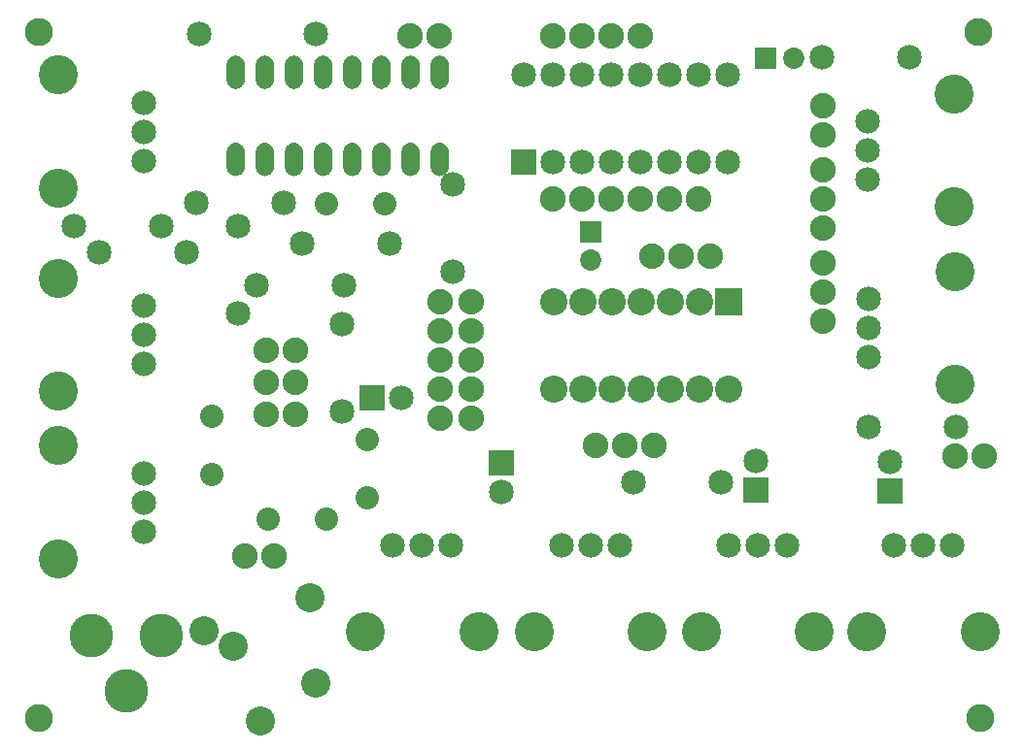
<source format=gts>
G04 MADE WITH FRITZING*
G04 WWW.FRITZING.ORG*
G04 DOUBLE SIDED*
G04 HOLES PLATED*
G04 CONTOUR ON CENTER OF CONTOUR VECTOR*
%ASAXBY*%
%FSLAX23Y23*%
%MOIN*%
%OFA0B0*%
%SFA1.0B1.0*%
%ADD10C,0.088000*%
%ADD11C,0.150000*%
%ADD12C,0.100020*%
%ADD13C,0.080000*%
%ADD14C,0.085000*%
%ADD15C,0.096614*%
%ADD16C,0.062000*%
%ADD17C,0.093307*%
%ADD18C,0.072992*%
%ADD19C,0.084667*%
%ADD20C,0.084695*%
%ADD21C,0.134033*%
%ADD22R,0.093307X0.093307*%
%ADD23R,0.072992X0.072992*%
%ADD24R,0.085000X0.085000*%
%ADD25R,0.001000X0.001000*%
%LNMASK1*%
G90*
G70*
G54D10*
X2804Y2187D03*
X2804Y2087D03*
G54D11*
X534Y367D03*
X294Y367D03*
X414Y177D03*
G54D12*
X680Y385D03*
X779Y330D03*
X1045Y499D03*
X1065Y204D03*
X873Y76D03*
G54D13*
X900Y767D03*
X1100Y767D03*
G54D10*
X1489Y1514D03*
X1489Y1414D03*
X1489Y1314D03*
X1489Y1214D03*
X1489Y1114D03*
X1597Y1514D03*
X1597Y1414D03*
X1597Y1314D03*
X1597Y1214D03*
X1597Y1114D03*
G54D14*
X663Y2435D03*
X1063Y2435D03*
G54D15*
X3344Y84D03*
X3336Y2441D03*
X113Y2441D03*
X112Y84D03*
G54D14*
X1534Y1918D03*
X1534Y1618D03*
X652Y1855D03*
X952Y1855D03*
X1153Y1437D03*
X1153Y1137D03*
G54D16*
X788Y2003D03*
X888Y2003D03*
X988Y2003D03*
X1088Y2003D03*
X1188Y2003D03*
X1288Y2003D03*
X1388Y2003D03*
X1488Y2003D03*
X1488Y2303D03*
X1388Y2303D03*
X1288Y2303D03*
X1188Y2303D03*
X1088Y2303D03*
X988Y2303D03*
X888Y2303D03*
X788Y2303D03*
X788Y2003D03*
X888Y2003D03*
X988Y2003D03*
X1088Y2003D03*
X1188Y2003D03*
X1288Y2003D03*
X1388Y2003D03*
X1488Y2003D03*
X1488Y2303D03*
X1388Y2303D03*
X1288Y2303D03*
X1188Y2303D03*
X1088Y2303D03*
X988Y2303D03*
X888Y2303D03*
X788Y2303D03*
G54D17*
X2480Y1515D03*
X2480Y1215D03*
X2380Y1515D03*
X2380Y1215D03*
X2280Y1515D03*
X2280Y1215D03*
X2180Y1515D03*
X2180Y1215D03*
X2080Y1515D03*
X2080Y1215D03*
X1980Y1515D03*
X1980Y1215D03*
X1880Y1515D03*
X1880Y1215D03*
G54D18*
X2008Y1756D03*
X2008Y1658D03*
X2606Y2350D03*
X2704Y2350D03*
G54D14*
X2575Y868D03*
X2575Y968D03*
G54D10*
X2804Y1448D03*
X2804Y1548D03*
X2804Y1648D03*
X1876Y1868D03*
X1976Y1868D03*
X2076Y1868D03*
X2176Y1868D03*
X2276Y1868D03*
X2376Y1868D03*
X3358Y986D03*
X3258Y986D03*
X819Y640D03*
X919Y640D03*
X1388Y2428D03*
X1488Y2428D03*
X2225Y1022D03*
X2125Y1022D03*
X2025Y1022D03*
X2418Y1672D03*
X2318Y1672D03*
X2218Y1672D03*
X995Y1129D03*
X895Y1129D03*
X895Y1239D03*
X995Y1239D03*
X2804Y1767D03*
X2804Y1867D03*
X2804Y1967D03*
G54D14*
X2959Y1086D03*
X3259Y1086D03*
X1778Y1993D03*
X1778Y2293D03*
X1878Y1993D03*
X1878Y2293D03*
X1978Y1993D03*
X1978Y2293D03*
X2078Y1993D03*
X2078Y2293D03*
X2178Y1993D03*
X2178Y2293D03*
X2278Y1993D03*
X2278Y2293D03*
X2378Y1993D03*
X2378Y2293D03*
X2478Y1993D03*
X2478Y2293D03*
G54D19*
X2680Y677D03*
X2580Y677D03*
G54D20*
X2480Y677D03*
G54D21*
X2774Y381D03*
X2386Y381D03*
G54D19*
X3247Y677D03*
X3147Y677D03*
G54D20*
X3047Y677D03*
G54D21*
X3342Y381D03*
X2953Y381D03*
G54D19*
X2957Y2135D03*
X2957Y2035D03*
G54D20*
X2957Y1935D03*
G54D21*
X3253Y2229D03*
X3253Y1841D03*
G54D19*
X2960Y1525D03*
X2960Y1425D03*
G54D20*
X2960Y1325D03*
G54D21*
X3256Y1619D03*
X3256Y1230D03*
G54D19*
X2107Y677D03*
X2007Y677D03*
G54D20*
X1907Y677D03*
G54D21*
X2201Y381D03*
X1813Y381D03*
G54D19*
X475Y1301D03*
X475Y1401D03*
G54D20*
X475Y1501D03*
G54D21*
X179Y1207D03*
X179Y1595D03*
G54D19*
X1528Y677D03*
X1428Y677D03*
G54D20*
X1328Y677D03*
G54D21*
X1622Y381D03*
X1233Y381D03*
G54D19*
X475Y726D03*
X475Y826D03*
G54D20*
X475Y926D03*
G54D21*
X179Y631D03*
X179Y1020D03*
G54D14*
X3034Y865D03*
X3034Y965D03*
X1699Y962D03*
X1699Y862D03*
X535Y1776D03*
X235Y1776D03*
X620Y1683D03*
X320Y1683D03*
X2454Y895D03*
X2154Y895D03*
X1257Y1183D03*
X1357Y1183D03*
X1318Y1714D03*
X1018Y1714D03*
X796Y1774D03*
X796Y1474D03*
X3099Y2353D03*
X2799Y2353D03*
G54D13*
X1099Y1850D03*
X1299Y1850D03*
G54D10*
X994Y1349D03*
X894Y1349D03*
G54D19*
X475Y1999D03*
X475Y2099D03*
G54D20*
X475Y2199D03*
G54D21*
X179Y1905D03*
X179Y2294D03*
G54D13*
X707Y1121D03*
X707Y921D03*
G54D14*
X1161Y1570D03*
X861Y1570D03*
G54D13*
X1241Y1040D03*
X1241Y840D03*
G54D10*
X1878Y2428D03*
X1978Y2428D03*
X2078Y2428D03*
X2178Y2428D03*
G54D22*
X2480Y1515D03*
G54D23*
X2008Y1756D03*
X2606Y2350D03*
G54D24*
X2575Y868D03*
X1778Y1993D03*
X3034Y865D03*
X1699Y962D03*
X1257Y1183D03*
G54D25*
X783Y2359D02*
X794Y2359D01*
X883Y2359D02*
X894Y2359D01*
X983Y2359D02*
X994Y2359D01*
X1083Y2359D02*
X1094Y2359D01*
X1183Y2359D02*
X1194Y2359D01*
X1283Y2359D02*
X1294Y2359D01*
X1383Y2359D02*
X1394Y2359D01*
X1483Y2359D02*
X1494Y2359D01*
X779Y2358D02*
X798Y2358D01*
X879Y2358D02*
X898Y2358D01*
X979Y2358D02*
X998Y2358D01*
X1079Y2358D02*
X1098Y2358D01*
X1179Y2358D02*
X1198Y2358D01*
X1279Y2358D02*
X1298Y2358D01*
X1379Y2358D02*
X1398Y2358D01*
X1479Y2358D02*
X1498Y2358D01*
X777Y2357D02*
X800Y2357D01*
X877Y2357D02*
X900Y2357D01*
X977Y2357D02*
X1000Y2357D01*
X1077Y2357D02*
X1100Y2357D01*
X1177Y2357D02*
X1200Y2357D01*
X1277Y2357D02*
X1300Y2357D01*
X1377Y2357D02*
X1400Y2357D01*
X1476Y2357D02*
X1500Y2357D01*
X774Y2356D02*
X803Y2356D01*
X874Y2356D02*
X903Y2356D01*
X974Y2356D02*
X1003Y2356D01*
X1074Y2356D02*
X1102Y2356D01*
X1174Y2356D02*
X1202Y2356D01*
X1274Y2356D02*
X1302Y2356D01*
X1374Y2356D02*
X1402Y2356D01*
X1474Y2356D02*
X1502Y2356D01*
X773Y2355D02*
X804Y2355D01*
X873Y2355D02*
X904Y2355D01*
X973Y2355D02*
X1004Y2355D01*
X1073Y2355D02*
X1104Y2355D01*
X1173Y2355D02*
X1204Y2355D01*
X1273Y2355D02*
X1304Y2355D01*
X1373Y2355D02*
X1404Y2355D01*
X1473Y2355D02*
X1504Y2355D01*
X771Y2354D02*
X806Y2354D01*
X871Y2354D02*
X906Y2354D01*
X971Y2354D02*
X1006Y2354D01*
X1071Y2354D02*
X1106Y2354D01*
X1171Y2354D02*
X1206Y2354D01*
X1271Y2354D02*
X1306Y2354D01*
X1371Y2354D02*
X1406Y2354D01*
X1471Y2354D02*
X1506Y2354D01*
X770Y2353D02*
X807Y2353D01*
X870Y2353D02*
X907Y2353D01*
X970Y2353D02*
X1007Y2353D01*
X1070Y2353D02*
X1107Y2353D01*
X1170Y2353D02*
X1207Y2353D01*
X1270Y2353D02*
X1307Y2353D01*
X1370Y2353D02*
X1407Y2353D01*
X1470Y2353D02*
X1507Y2353D01*
X769Y2352D02*
X808Y2352D01*
X869Y2352D02*
X908Y2352D01*
X969Y2352D02*
X1008Y2352D01*
X1069Y2352D02*
X1108Y2352D01*
X1169Y2352D02*
X1208Y2352D01*
X1269Y2352D02*
X1308Y2352D01*
X1369Y2352D02*
X1408Y2352D01*
X1469Y2352D02*
X1508Y2352D01*
X767Y2351D02*
X810Y2351D01*
X867Y2351D02*
X910Y2351D01*
X967Y2351D02*
X1010Y2351D01*
X1067Y2351D02*
X1110Y2351D01*
X1167Y2351D02*
X1209Y2351D01*
X1267Y2351D02*
X1309Y2351D01*
X1367Y2351D02*
X1409Y2351D01*
X1467Y2351D02*
X1509Y2351D01*
X767Y2350D02*
X811Y2350D01*
X866Y2350D02*
X910Y2350D01*
X966Y2350D02*
X1010Y2350D01*
X1066Y2350D02*
X1110Y2350D01*
X1166Y2350D02*
X1210Y2350D01*
X1266Y2350D02*
X1310Y2350D01*
X1366Y2350D02*
X1410Y2350D01*
X1466Y2350D02*
X1510Y2350D01*
X766Y2349D02*
X811Y2349D01*
X866Y2349D02*
X911Y2349D01*
X966Y2349D02*
X1011Y2349D01*
X1066Y2349D02*
X1111Y2349D01*
X1166Y2349D02*
X1211Y2349D01*
X1266Y2349D02*
X1311Y2349D01*
X1366Y2349D02*
X1411Y2349D01*
X1466Y2349D02*
X1511Y2349D01*
X765Y2348D02*
X812Y2348D01*
X865Y2348D02*
X912Y2348D01*
X965Y2348D02*
X1012Y2348D01*
X1065Y2348D02*
X1112Y2348D01*
X1165Y2348D02*
X1212Y2348D01*
X1265Y2348D02*
X1312Y2348D01*
X1365Y2348D02*
X1412Y2348D01*
X1465Y2348D02*
X1512Y2348D01*
X764Y2347D02*
X813Y2347D01*
X864Y2347D02*
X913Y2347D01*
X964Y2347D02*
X1013Y2347D01*
X1064Y2347D02*
X1113Y2347D01*
X1164Y2347D02*
X1213Y2347D01*
X1264Y2347D02*
X1313Y2347D01*
X1364Y2347D02*
X1413Y2347D01*
X1464Y2347D02*
X1513Y2347D01*
X763Y2346D02*
X814Y2346D01*
X863Y2346D02*
X914Y2346D01*
X963Y2346D02*
X1014Y2346D01*
X1063Y2346D02*
X1114Y2346D01*
X1163Y2346D02*
X1214Y2346D01*
X1263Y2346D02*
X1314Y2346D01*
X1363Y2346D02*
X1414Y2346D01*
X1463Y2346D02*
X1514Y2346D01*
X763Y2345D02*
X814Y2345D01*
X863Y2345D02*
X914Y2345D01*
X963Y2345D02*
X1014Y2345D01*
X1063Y2345D02*
X1114Y2345D01*
X1163Y2345D02*
X1214Y2345D01*
X1263Y2345D02*
X1314Y2345D01*
X1363Y2345D02*
X1414Y2345D01*
X1463Y2345D02*
X1514Y2345D01*
X762Y2344D02*
X815Y2344D01*
X862Y2344D02*
X915Y2344D01*
X962Y2344D02*
X1015Y2344D01*
X1062Y2344D02*
X1115Y2344D01*
X1162Y2344D02*
X1215Y2344D01*
X1262Y2344D02*
X1315Y2344D01*
X1362Y2344D02*
X1415Y2344D01*
X1462Y2344D02*
X1515Y2344D01*
X762Y2343D02*
X815Y2343D01*
X862Y2343D02*
X915Y2343D01*
X962Y2343D02*
X1015Y2343D01*
X1062Y2343D02*
X1115Y2343D01*
X1162Y2343D02*
X1215Y2343D01*
X1262Y2343D02*
X1315Y2343D01*
X1362Y2343D02*
X1415Y2343D01*
X1462Y2343D02*
X1515Y2343D01*
X761Y2342D02*
X816Y2342D01*
X861Y2342D02*
X916Y2342D01*
X961Y2342D02*
X1016Y2342D01*
X1061Y2342D02*
X1116Y2342D01*
X1161Y2342D02*
X1216Y2342D01*
X1261Y2342D02*
X1316Y2342D01*
X1361Y2342D02*
X1416Y2342D01*
X1461Y2342D02*
X1516Y2342D01*
X761Y2341D02*
X816Y2341D01*
X861Y2341D02*
X916Y2341D01*
X961Y2341D02*
X1016Y2341D01*
X1061Y2341D02*
X1116Y2341D01*
X1161Y2341D02*
X1216Y2341D01*
X1261Y2341D02*
X1316Y2341D01*
X1361Y2341D02*
X1416Y2341D01*
X1461Y2341D02*
X1516Y2341D01*
X760Y2340D02*
X817Y2340D01*
X860Y2340D02*
X917Y2340D01*
X960Y2340D02*
X1017Y2340D01*
X1060Y2340D02*
X1117Y2340D01*
X1160Y2340D02*
X1217Y2340D01*
X1260Y2340D02*
X1317Y2340D01*
X1360Y2340D02*
X1417Y2340D01*
X1460Y2340D02*
X1517Y2340D01*
X760Y2339D02*
X817Y2339D01*
X860Y2339D02*
X917Y2339D01*
X960Y2339D02*
X1017Y2339D01*
X1060Y2339D02*
X1117Y2339D01*
X1160Y2339D02*
X1217Y2339D01*
X1260Y2339D02*
X1317Y2339D01*
X1360Y2339D02*
X1417Y2339D01*
X1460Y2339D02*
X1517Y2339D01*
X760Y2338D02*
X817Y2338D01*
X860Y2338D02*
X917Y2338D01*
X960Y2338D02*
X1017Y2338D01*
X1060Y2338D02*
X1117Y2338D01*
X1159Y2338D02*
X1217Y2338D01*
X1259Y2338D02*
X1317Y2338D01*
X1359Y2338D02*
X1417Y2338D01*
X1459Y2338D02*
X1517Y2338D01*
X759Y2337D02*
X818Y2337D01*
X859Y2337D02*
X918Y2337D01*
X959Y2337D02*
X1018Y2337D01*
X1059Y2337D02*
X1118Y2337D01*
X1159Y2337D02*
X1218Y2337D01*
X1259Y2337D02*
X1318Y2337D01*
X1359Y2337D02*
X1418Y2337D01*
X1459Y2337D02*
X1518Y2337D01*
X759Y2336D02*
X818Y2336D01*
X859Y2336D02*
X918Y2336D01*
X959Y2336D02*
X1018Y2336D01*
X1059Y2336D02*
X1118Y2336D01*
X1159Y2336D02*
X1218Y2336D01*
X1259Y2336D02*
X1318Y2336D01*
X1359Y2336D02*
X1418Y2336D01*
X1459Y2336D02*
X1518Y2336D01*
X759Y2335D02*
X818Y2335D01*
X859Y2335D02*
X918Y2335D01*
X959Y2335D02*
X1018Y2335D01*
X1059Y2335D02*
X1118Y2335D01*
X1159Y2335D02*
X1218Y2335D01*
X1259Y2335D02*
X1318Y2335D01*
X1359Y2335D02*
X1418Y2335D01*
X1459Y2335D02*
X1518Y2335D01*
X759Y2334D02*
X818Y2334D01*
X859Y2334D02*
X918Y2334D01*
X959Y2334D02*
X1018Y2334D01*
X1059Y2334D02*
X1118Y2334D01*
X1158Y2334D02*
X1218Y2334D01*
X1258Y2334D02*
X1318Y2334D01*
X1358Y2334D02*
X1418Y2334D01*
X1458Y2334D02*
X1518Y2334D01*
X758Y2333D02*
X819Y2333D01*
X858Y2333D02*
X919Y2333D01*
X958Y2333D02*
X1019Y2333D01*
X1058Y2333D02*
X1119Y2333D01*
X1158Y2333D02*
X1219Y2333D01*
X1258Y2333D02*
X1319Y2333D01*
X1358Y2333D02*
X1419Y2333D01*
X1458Y2333D02*
X1519Y2333D01*
X758Y2332D02*
X819Y2332D01*
X858Y2332D02*
X919Y2332D01*
X958Y2332D02*
X1019Y2332D01*
X1058Y2332D02*
X1119Y2332D01*
X1158Y2332D02*
X1219Y2332D01*
X1258Y2332D02*
X1319Y2332D01*
X1358Y2332D02*
X1419Y2332D01*
X1458Y2332D02*
X1519Y2332D01*
X758Y2331D02*
X819Y2331D01*
X858Y2331D02*
X919Y2331D01*
X958Y2331D02*
X1019Y2331D01*
X1058Y2331D02*
X1119Y2331D01*
X1158Y2331D02*
X1219Y2331D01*
X1258Y2331D02*
X1319Y2331D01*
X1358Y2331D02*
X1419Y2331D01*
X1458Y2331D02*
X1519Y2331D01*
X758Y2330D02*
X819Y2330D01*
X858Y2330D02*
X919Y2330D01*
X958Y2330D02*
X1019Y2330D01*
X1058Y2330D02*
X1119Y2330D01*
X1158Y2330D02*
X1219Y2330D01*
X1258Y2330D02*
X1319Y2330D01*
X1358Y2330D02*
X1419Y2330D01*
X1458Y2330D02*
X1519Y2330D01*
X758Y2329D02*
X819Y2329D01*
X858Y2329D02*
X919Y2329D01*
X958Y2329D02*
X1019Y2329D01*
X1058Y2329D02*
X1119Y2329D01*
X1158Y2329D02*
X1219Y2329D01*
X1258Y2329D02*
X1319Y2329D01*
X1358Y2329D02*
X1419Y2329D01*
X1458Y2329D02*
X1519Y2329D01*
X758Y2328D02*
X819Y2328D01*
X858Y2328D02*
X919Y2328D01*
X958Y2328D02*
X1019Y2328D01*
X1058Y2328D02*
X1119Y2328D01*
X1158Y2328D02*
X1219Y2328D01*
X1258Y2328D02*
X1319Y2328D01*
X1358Y2328D02*
X1419Y2328D01*
X1458Y2328D02*
X1519Y2328D01*
X758Y2327D02*
X819Y2327D01*
X858Y2327D02*
X919Y2327D01*
X958Y2327D02*
X1019Y2327D01*
X1058Y2327D02*
X1119Y2327D01*
X1158Y2327D02*
X1219Y2327D01*
X1258Y2327D02*
X1319Y2327D01*
X1358Y2327D02*
X1419Y2327D01*
X1458Y2327D02*
X1519Y2327D01*
X758Y2326D02*
X819Y2326D01*
X858Y2326D02*
X919Y2326D01*
X958Y2326D02*
X1019Y2326D01*
X1058Y2326D02*
X1119Y2326D01*
X1158Y2326D02*
X1219Y2326D01*
X1258Y2326D02*
X1319Y2326D01*
X1358Y2326D02*
X1419Y2326D01*
X1458Y2326D02*
X1519Y2326D01*
X758Y2325D02*
X819Y2325D01*
X858Y2325D02*
X919Y2325D01*
X958Y2325D02*
X1019Y2325D01*
X1058Y2325D02*
X1119Y2325D01*
X1158Y2325D02*
X1219Y2325D01*
X1258Y2325D02*
X1319Y2325D01*
X1358Y2325D02*
X1419Y2325D01*
X1458Y2325D02*
X1519Y2325D01*
X758Y2324D02*
X819Y2324D01*
X858Y2324D02*
X919Y2324D01*
X958Y2324D02*
X1019Y2324D01*
X1058Y2324D02*
X1119Y2324D01*
X1158Y2324D02*
X1219Y2324D01*
X1258Y2324D02*
X1319Y2324D01*
X1358Y2324D02*
X1419Y2324D01*
X1458Y2324D02*
X1519Y2324D01*
X758Y2323D02*
X819Y2323D01*
X858Y2323D02*
X919Y2323D01*
X958Y2323D02*
X1019Y2323D01*
X1058Y2323D02*
X1119Y2323D01*
X1158Y2323D02*
X1219Y2323D01*
X1258Y2323D02*
X1319Y2323D01*
X1358Y2323D02*
X1419Y2323D01*
X1458Y2323D02*
X1519Y2323D01*
X758Y2322D02*
X819Y2322D01*
X858Y2322D02*
X919Y2322D01*
X958Y2322D02*
X1019Y2322D01*
X1058Y2322D02*
X1119Y2322D01*
X1158Y2322D02*
X1219Y2322D01*
X1258Y2322D02*
X1319Y2322D01*
X1358Y2322D02*
X1419Y2322D01*
X1458Y2322D02*
X1519Y2322D01*
X758Y2321D02*
X819Y2321D01*
X858Y2321D02*
X919Y2321D01*
X958Y2321D02*
X1019Y2321D01*
X1058Y2321D02*
X1119Y2321D01*
X1158Y2321D02*
X1219Y2321D01*
X1258Y2321D02*
X1319Y2321D01*
X1358Y2321D02*
X1419Y2321D01*
X1458Y2321D02*
X1519Y2321D01*
X758Y2320D02*
X819Y2320D01*
X858Y2320D02*
X919Y2320D01*
X958Y2320D02*
X1019Y2320D01*
X1058Y2320D02*
X1119Y2320D01*
X1158Y2320D02*
X1219Y2320D01*
X1258Y2320D02*
X1319Y2320D01*
X1358Y2320D02*
X1419Y2320D01*
X1458Y2320D02*
X1519Y2320D01*
X758Y2319D02*
X819Y2319D01*
X858Y2319D02*
X919Y2319D01*
X958Y2319D02*
X1019Y2319D01*
X1058Y2319D02*
X1119Y2319D01*
X1158Y2319D02*
X1219Y2319D01*
X1258Y2319D02*
X1319Y2319D01*
X1358Y2319D02*
X1419Y2319D01*
X1458Y2319D02*
X1519Y2319D01*
X758Y2318D02*
X819Y2318D01*
X858Y2318D02*
X919Y2318D01*
X958Y2318D02*
X1019Y2318D01*
X1058Y2318D02*
X1119Y2318D01*
X1158Y2318D02*
X1219Y2318D01*
X1258Y2318D02*
X1319Y2318D01*
X1358Y2318D02*
X1419Y2318D01*
X1458Y2318D02*
X1519Y2318D01*
X758Y2317D02*
X819Y2317D01*
X858Y2317D02*
X919Y2317D01*
X958Y2317D02*
X1019Y2317D01*
X1058Y2317D02*
X1119Y2317D01*
X1158Y2317D02*
X1219Y2317D01*
X1258Y2317D02*
X1319Y2317D01*
X1358Y2317D02*
X1419Y2317D01*
X1458Y2317D02*
X1519Y2317D01*
X758Y2316D02*
X819Y2316D01*
X858Y2316D02*
X919Y2316D01*
X958Y2316D02*
X1019Y2316D01*
X1058Y2316D02*
X1119Y2316D01*
X1158Y2316D02*
X1219Y2316D01*
X1258Y2316D02*
X1319Y2316D01*
X1358Y2316D02*
X1419Y2316D01*
X1458Y2316D02*
X1519Y2316D01*
X758Y2315D02*
X819Y2315D01*
X858Y2315D02*
X919Y2315D01*
X958Y2315D02*
X1019Y2315D01*
X1058Y2315D02*
X1119Y2315D01*
X1158Y2315D02*
X1219Y2315D01*
X1258Y2315D02*
X1319Y2315D01*
X1358Y2315D02*
X1419Y2315D01*
X1458Y2315D02*
X1519Y2315D01*
X758Y2314D02*
X819Y2314D01*
X858Y2314D02*
X919Y2314D01*
X958Y2314D02*
X1019Y2314D01*
X1058Y2314D02*
X1119Y2314D01*
X1158Y2314D02*
X1219Y2314D01*
X1258Y2314D02*
X1319Y2314D01*
X1358Y2314D02*
X1419Y2314D01*
X1458Y2314D02*
X1519Y2314D01*
X758Y2313D02*
X784Y2313D01*
X793Y2313D02*
X819Y2313D01*
X858Y2313D02*
X884Y2313D01*
X893Y2313D02*
X919Y2313D01*
X958Y2313D02*
X984Y2313D01*
X993Y2313D02*
X1019Y2313D01*
X1058Y2313D02*
X1084Y2313D01*
X1093Y2313D02*
X1119Y2313D01*
X1158Y2313D02*
X1184Y2313D01*
X1193Y2313D02*
X1219Y2313D01*
X1258Y2313D02*
X1284Y2313D01*
X1293Y2313D02*
X1319Y2313D01*
X1358Y2313D02*
X1384Y2313D01*
X1393Y2313D02*
X1419Y2313D01*
X1458Y2313D02*
X1484Y2313D01*
X1493Y2313D02*
X1519Y2313D01*
X758Y2312D02*
X782Y2312D01*
X795Y2312D02*
X819Y2312D01*
X858Y2312D02*
X882Y2312D01*
X895Y2312D02*
X919Y2312D01*
X958Y2312D02*
X982Y2312D01*
X995Y2312D02*
X1019Y2312D01*
X1058Y2312D02*
X1082Y2312D01*
X1095Y2312D02*
X1119Y2312D01*
X1158Y2312D02*
X1182Y2312D01*
X1195Y2312D02*
X1219Y2312D01*
X1258Y2312D02*
X1282Y2312D01*
X1295Y2312D02*
X1319Y2312D01*
X1358Y2312D02*
X1382Y2312D01*
X1395Y2312D02*
X1419Y2312D01*
X1458Y2312D02*
X1482Y2312D01*
X1495Y2312D02*
X1519Y2312D01*
X758Y2311D02*
X781Y2311D01*
X796Y2311D02*
X819Y2311D01*
X858Y2311D02*
X881Y2311D01*
X896Y2311D02*
X919Y2311D01*
X958Y2311D02*
X981Y2311D01*
X996Y2311D02*
X1019Y2311D01*
X1058Y2311D02*
X1081Y2311D01*
X1096Y2311D02*
X1119Y2311D01*
X1158Y2311D02*
X1181Y2311D01*
X1196Y2311D02*
X1219Y2311D01*
X1258Y2311D02*
X1281Y2311D01*
X1296Y2311D02*
X1319Y2311D01*
X1358Y2311D02*
X1381Y2311D01*
X1396Y2311D02*
X1419Y2311D01*
X1458Y2311D02*
X1481Y2311D01*
X1496Y2311D02*
X1519Y2311D01*
X758Y2310D02*
X780Y2310D01*
X797Y2310D02*
X819Y2310D01*
X858Y2310D02*
X880Y2310D01*
X897Y2310D02*
X919Y2310D01*
X958Y2310D02*
X980Y2310D01*
X997Y2310D02*
X1019Y2310D01*
X1058Y2310D02*
X1080Y2310D01*
X1097Y2310D02*
X1119Y2310D01*
X1158Y2310D02*
X1180Y2310D01*
X1197Y2310D02*
X1219Y2310D01*
X1258Y2310D02*
X1280Y2310D01*
X1297Y2310D02*
X1319Y2310D01*
X1358Y2310D02*
X1380Y2310D01*
X1397Y2310D02*
X1419Y2310D01*
X1458Y2310D02*
X1480Y2310D01*
X1497Y2310D02*
X1519Y2310D01*
X758Y2309D02*
X779Y2309D01*
X798Y2309D02*
X819Y2309D01*
X858Y2309D02*
X879Y2309D01*
X898Y2309D02*
X919Y2309D01*
X958Y2309D02*
X979Y2309D01*
X998Y2309D02*
X1019Y2309D01*
X1058Y2309D02*
X1079Y2309D01*
X1098Y2309D02*
X1119Y2309D01*
X1158Y2309D02*
X1179Y2309D01*
X1198Y2309D02*
X1219Y2309D01*
X1258Y2309D02*
X1279Y2309D01*
X1298Y2309D02*
X1319Y2309D01*
X1358Y2309D02*
X1379Y2309D01*
X1398Y2309D02*
X1419Y2309D01*
X1458Y2309D02*
X1479Y2309D01*
X1498Y2309D02*
X1519Y2309D01*
X758Y2308D02*
X778Y2308D01*
X799Y2308D02*
X819Y2308D01*
X858Y2308D02*
X878Y2308D01*
X899Y2308D02*
X919Y2308D01*
X958Y2308D02*
X978Y2308D01*
X999Y2308D02*
X1019Y2308D01*
X1058Y2308D02*
X1078Y2308D01*
X1099Y2308D02*
X1119Y2308D01*
X1158Y2308D02*
X1178Y2308D01*
X1199Y2308D02*
X1219Y2308D01*
X1258Y2308D02*
X1278Y2308D01*
X1299Y2308D02*
X1319Y2308D01*
X1358Y2308D02*
X1378Y2308D01*
X1399Y2308D02*
X1419Y2308D01*
X1458Y2308D02*
X1478Y2308D01*
X1499Y2308D02*
X1519Y2308D01*
X758Y2307D02*
X778Y2307D01*
X799Y2307D02*
X819Y2307D01*
X858Y2307D02*
X878Y2307D01*
X899Y2307D02*
X919Y2307D01*
X958Y2307D02*
X978Y2307D01*
X999Y2307D02*
X1019Y2307D01*
X1058Y2307D02*
X1078Y2307D01*
X1099Y2307D02*
X1119Y2307D01*
X1158Y2307D02*
X1178Y2307D01*
X1199Y2307D02*
X1219Y2307D01*
X1258Y2307D02*
X1278Y2307D01*
X1299Y2307D02*
X1319Y2307D01*
X1358Y2307D02*
X1378Y2307D01*
X1399Y2307D02*
X1419Y2307D01*
X1458Y2307D02*
X1478Y2307D01*
X1499Y2307D02*
X1519Y2307D01*
X758Y2306D02*
X777Y2306D01*
X800Y2306D02*
X819Y2306D01*
X858Y2306D02*
X877Y2306D01*
X900Y2306D02*
X919Y2306D01*
X958Y2306D02*
X977Y2306D01*
X1000Y2306D02*
X1019Y2306D01*
X1058Y2306D02*
X1077Y2306D01*
X1100Y2306D02*
X1119Y2306D01*
X1158Y2306D02*
X1177Y2306D01*
X1199Y2306D02*
X1219Y2306D01*
X1258Y2306D02*
X1277Y2306D01*
X1299Y2306D02*
X1319Y2306D01*
X1358Y2306D02*
X1377Y2306D01*
X1399Y2306D02*
X1419Y2306D01*
X1458Y2306D02*
X1477Y2306D01*
X1499Y2306D02*
X1519Y2306D01*
X758Y2305D02*
X777Y2305D01*
X800Y2305D02*
X819Y2305D01*
X858Y2305D02*
X877Y2305D01*
X900Y2305D02*
X919Y2305D01*
X958Y2305D02*
X977Y2305D01*
X1000Y2305D02*
X1019Y2305D01*
X1058Y2305D02*
X1077Y2305D01*
X1100Y2305D02*
X1119Y2305D01*
X1158Y2305D02*
X1177Y2305D01*
X1200Y2305D02*
X1219Y2305D01*
X1258Y2305D02*
X1277Y2305D01*
X1300Y2305D02*
X1319Y2305D01*
X1358Y2305D02*
X1377Y2305D01*
X1400Y2305D02*
X1419Y2305D01*
X1458Y2305D02*
X1477Y2305D01*
X1500Y2305D02*
X1519Y2305D01*
X758Y2304D02*
X777Y2304D01*
X800Y2304D02*
X819Y2304D01*
X858Y2304D02*
X877Y2304D01*
X900Y2304D02*
X919Y2304D01*
X958Y2304D02*
X977Y2304D01*
X1000Y2304D02*
X1019Y2304D01*
X1058Y2304D02*
X1077Y2304D01*
X1100Y2304D02*
X1119Y2304D01*
X1158Y2304D02*
X1177Y2304D01*
X1200Y2304D02*
X1219Y2304D01*
X1258Y2304D02*
X1277Y2304D01*
X1300Y2304D02*
X1319Y2304D01*
X1358Y2304D02*
X1377Y2304D01*
X1400Y2304D02*
X1419Y2304D01*
X1458Y2304D02*
X1477Y2304D01*
X1500Y2304D02*
X1519Y2304D01*
X758Y2303D02*
X777Y2303D01*
X800Y2303D02*
X819Y2303D01*
X858Y2303D02*
X877Y2303D01*
X900Y2303D02*
X919Y2303D01*
X958Y2303D02*
X977Y2303D01*
X1000Y2303D02*
X1019Y2303D01*
X1058Y2303D02*
X1077Y2303D01*
X1100Y2303D02*
X1119Y2303D01*
X1158Y2303D02*
X1177Y2303D01*
X1200Y2303D02*
X1219Y2303D01*
X1258Y2303D02*
X1277Y2303D01*
X1300Y2303D02*
X1319Y2303D01*
X1358Y2303D02*
X1377Y2303D01*
X1400Y2303D02*
X1419Y2303D01*
X1458Y2303D02*
X1477Y2303D01*
X1500Y2303D02*
X1519Y2303D01*
X758Y2302D02*
X777Y2302D01*
X800Y2302D02*
X819Y2302D01*
X858Y2302D02*
X877Y2302D01*
X900Y2302D02*
X919Y2302D01*
X958Y2302D02*
X977Y2302D01*
X1000Y2302D02*
X1019Y2302D01*
X1058Y2302D02*
X1077Y2302D01*
X1100Y2302D02*
X1119Y2302D01*
X1158Y2302D02*
X1177Y2302D01*
X1200Y2302D02*
X1219Y2302D01*
X1258Y2302D02*
X1277Y2302D01*
X1300Y2302D02*
X1319Y2302D01*
X1358Y2302D02*
X1377Y2302D01*
X1400Y2302D02*
X1419Y2302D01*
X1458Y2302D02*
X1477Y2302D01*
X1500Y2302D02*
X1519Y2302D01*
X758Y2301D02*
X777Y2301D01*
X800Y2301D02*
X819Y2301D01*
X858Y2301D02*
X877Y2301D01*
X900Y2301D02*
X919Y2301D01*
X958Y2301D02*
X977Y2301D01*
X1000Y2301D02*
X1019Y2301D01*
X1058Y2301D02*
X1077Y2301D01*
X1100Y2301D02*
X1119Y2301D01*
X1158Y2301D02*
X1177Y2301D01*
X1200Y2301D02*
X1219Y2301D01*
X1258Y2301D02*
X1277Y2301D01*
X1300Y2301D02*
X1319Y2301D01*
X1358Y2301D02*
X1377Y2301D01*
X1400Y2301D02*
X1419Y2301D01*
X1458Y2301D02*
X1477Y2301D01*
X1500Y2301D02*
X1519Y2301D01*
X758Y2300D02*
X777Y2300D01*
X800Y2300D02*
X819Y2300D01*
X858Y2300D02*
X877Y2300D01*
X900Y2300D02*
X919Y2300D01*
X958Y2300D02*
X977Y2300D01*
X1000Y2300D02*
X1019Y2300D01*
X1058Y2300D02*
X1077Y2300D01*
X1100Y2300D02*
X1119Y2300D01*
X1158Y2300D02*
X1177Y2300D01*
X1200Y2300D02*
X1219Y2300D01*
X1258Y2300D02*
X1277Y2300D01*
X1300Y2300D02*
X1319Y2300D01*
X1358Y2300D02*
X1377Y2300D01*
X1400Y2300D02*
X1419Y2300D01*
X1458Y2300D02*
X1477Y2300D01*
X1500Y2300D02*
X1519Y2300D01*
X758Y2299D02*
X778Y2299D01*
X799Y2299D02*
X819Y2299D01*
X858Y2299D02*
X878Y2299D01*
X899Y2299D02*
X919Y2299D01*
X958Y2299D02*
X978Y2299D01*
X999Y2299D02*
X1019Y2299D01*
X1058Y2299D02*
X1078Y2299D01*
X1099Y2299D02*
X1119Y2299D01*
X1158Y2299D02*
X1178Y2299D01*
X1199Y2299D02*
X1219Y2299D01*
X1258Y2299D02*
X1278Y2299D01*
X1299Y2299D02*
X1319Y2299D01*
X1358Y2299D02*
X1378Y2299D01*
X1399Y2299D02*
X1419Y2299D01*
X1458Y2299D02*
X1478Y2299D01*
X1499Y2299D02*
X1519Y2299D01*
X758Y2298D02*
X778Y2298D01*
X799Y2298D02*
X819Y2298D01*
X858Y2298D02*
X878Y2298D01*
X899Y2298D02*
X919Y2298D01*
X958Y2298D02*
X978Y2298D01*
X999Y2298D02*
X1019Y2298D01*
X1058Y2298D02*
X1078Y2298D01*
X1099Y2298D02*
X1119Y2298D01*
X1158Y2298D02*
X1178Y2298D01*
X1199Y2298D02*
X1219Y2298D01*
X1258Y2298D02*
X1278Y2298D01*
X1299Y2298D02*
X1319Y2298D01*
X1358Y2298D02*
X1378Y2298D01*
X1399Y2298D02*
X1419Y2298D01*
X1458Y2298D02*
X1478Y2298D01*
X1499Y2298D02*
X1519Y2298D01*
X758Y2297D02*
X779Y2297D01*
X798Y2297D02*
X819Y2297D01*
X858Y2297D02*
X879Y2297D01*
X898Y2297D02*
X919Y2297D01*
X958Y2297D02*
X979Y2297D01*
X998Y2297D02*
X1019Y2297D01*
X1058Y2297D02*
X1079Y2297D01*
X1098Y2297D02*
X1119Y2297D01*
X1158Y2297D02*
X1179Y2297D01*
X1198Y2297D02*
X1219Y2297D01*
X1258Y2297D02*
X1279Y2297D01*
X1298Y2297D02*
X1319Y2297D01*
X1358Y2297D02*
X1379Y2297D01*
X1398Y2297D02*
X1419Y2297D01*
X1458Y2297D02*
X1479Y2297D01*
X1498Y2297D02*
X1519Y2297D01*
X758Y2296D02*
X779Y2296D01*
X798Y2296D02*
X819Y2296D01*
X858Y2296D02*
X879Y2296D01*
X898Y2296D02*
X919Y2296D01*
X958Y2296D02*
X979Y2296D01*
X998Y2296D02*
X1019Y2296D01*
X1058Y2296D02*
X1079Y2296D01*
X1098Y2296D02*
X1119Y2296D01*
X1158Y2296D02*
X1179Y2296D01*
X1198Y2296D02*
X1219Y2296D01*
X1258Y2296D02*
X1279Y2296D01*
X1298Y2296D02*
X1319Y2296D01*
X1358Y2296D02*
X1379Y2296D01*
X1398Y2296D02*
X1419Y2296D01*
X1458Y2296D02*
X1479Y2296D01*
X1498Y2296D02*
X1519Y2296D01*
X758Y2295D02*
X780Y2295D01*
X797Y2295D02*
X819Y2295D01*
X858Y2295D02*
X880Y2295D01*
X897Y2295D02*
X919Y2295D01*
X958Y2295D02*
X980Y2295D01*
X997Y2295D02*
X1019Y2295D01*
X1058Y2295D02*
X1080Y2295D01*
X1097Y2295D02*
X1119Y2295D01*
X1158Y2295D02*
X1180Y2295D01*
X1197Y2295D02*
X1219Y2295D01*
X1258Y2295D02*
X1280Y2295D01*
X1297Y2295D02*
X1319Y2295D01*
X1358Y2295D02*
X1380Y2295D01*
X1397Y2295D02*
X1419Y2295D01*
X1458Y2295D02*
X1480Y2295D01*
X1497Y2295D02*
X1519Y2295D01*
X758Y2294D02*
X781Y2294D01*
X796Y2294D02*
X819Y2294D01*
X858Y2294D02*
X881Y2294D01*
X896Y2294D02*
X919Y2294D01*
X958Y2294D02*
X981Y2294D01*
X996Y2294D02*
X1019Y2294D01*
X1058Y2294D02*
X1081Y2294D01*
X1096Y2294D02*
X1119Y2294D01*
X1158Y2294D02*
X1181Y2294D01*
X1196Y2294D02*
X1219Y2294D01*
X1258Y2294D02*
X1281Y2294D01*
X1296Y2294D02*
X1319Y2294D01*
X1358Y2294D02*
X1381Y2294D01*
X1396Y2294D02*
X1419Y2294D01*
X1458Y2294D02*
X1481Y2294D01*
X1496Y2294D02*
X1519Y2294D01*
X758Y2293D02*
X783Y2293D01*
X794Y2293D02*
X819Y2293D01*
X858Y2293D02*
X883Y2293D01*
X894Y2293D02*
X919Y2293D01*
X958Y2293D02*
X983Y2293D01*
X994Y2293D02*
X1019Y2293D01*
X1058Y2293D02*
X1083Y2293D01*
X1094Y2293D02*
X1119Y2293D01*
X1158Y2293D02*
X1183Y2293D01*
X1194Y2293D02*
X1219Y2293D01*
X1258Y2293D02*
X1283Y2293D01*
X1294Y2293D02*
X1319Y2293D01*
X1358Y2293D02*
X1383Y2293D01*
X1394Y2293D02*
X1419Y2293D01*
X1458Y2293D02*
X1483Y2293D01*
X1494Y2293D02*
X1519Y2293D01*
X758Y2292D02*
X785Y2292D01*
X792Y2292D02*
X819Y2292D01*
X858Y2292D02*
X885Y2292D01*
X892Y2292D02*
X919Y2292D01*
X958Y2292D02*
X985Y2292D01*
X992Y2292D02*
X1019Y2292D01*
X1058Y2292D02*
X1085Y2292D01*
X1092Y2292D02*
X1119Y2292D01*
X1158Y2292D02*
X1185Y2292D01*
X1191Y2292D02*
X1219Y2292D01*
X1258Y2292D02*
X1285Y2292D01*
X1291Y2292D02*
X1319Y2292D01*
X1358Y2292D02*
X1385Y2292D01*
X1391Y2292D02*
X1419Y2292D01*
X1458Y2292D02*
X1485Y2292D01*
X1491Y2292D02*
X1519Y2292D01*
X758Y2291D02*
X819Y2291D01*
X858Y2291D02*
X919Y2291D01*
X958Y2291D02*
X1019Y2291D01*
X1058Y2291D02*
X1119Y2291D01*
X1158Y2291D02*
X1219Y2291D01*
X1258Y2291D02*
X1319Y2291D01*
X1358Y2291D02*
X1419Y2291D01*
X1458Y2291D02*
X1519Y2291D01*
X758Y2290D02*
X819Y2290D01*
X858Y2290D02*
X919Y2290D01*
X958Y2290D02*
X1019Y2290D01*
X1058Y2290D02*
X1119Y2290D01*
X1158Y2290D02*
X1219Y2290D01*
X1258Y2290D02*
X1319Y2290D01*
X1358Y2290D02*
X1419Y2290D01*
X1458Y2290D02*
X1519Y2290D01*
X758Y2289D02*
X819Y2289D01*
X858Y2289D02*
X919Y2289D01*
X958Y2289D02*
X1019Y2289D01*
X1058Y2289D02*
X1119Y2289D01*
X1158Y2289D02*
X1219Y2289D01*
X1258Y2289D02*
X1319Y2289D01*
X1358Y2289D02*
X1419Y2289D01*
X1458Y2289D02*
X1519Y2289D01*
X758Y2288D02*
X819Y2288D01*
X858Y2288D02*
X919Y2288D01*
X958Y2288D02*
X1019Y2288D01*
X1058Y2288D02*
X1119Y2288D01*
X1158Y2288D02*
X1219Y2288D01*
X1258Y2288D02*
X1319Y2288D01*
X1358Y2288D02*
X1419Y2288D01*
X1458Y2288D02*
X1519Y2288D01*
X758Y2287D02*
X819Y2287D01*
X858Y2287D02*
X919Y2287D01*
X958Y2287D02*
X1019Y2287D01*
X1058Y2287D02*
X1119Y2287D01*
X1158Y2287D02*
X1219Y2287D01*
X1258Y2287D02*
X1319Y2287D01*
X1358Y2287D02*
X1419Y2287D01*
X1458Y2287D02*
X1519Y2287D01*
X758Y2286D02*
X819Y2286D01*
X858Y2286D02*
X919Y2286D01*
X958Y2286D02*
X1019Y2286D01*
X1058Y2286D02*
X1119Y2286D01*
X1158Y2286D02*
X1219Y2286D01*
X1258Y2286D02*
X1319Y2286D01*
X1358Y2286D02*
X1419Y2286D01*
X1458Y2286D02*
X1519Y2286D01*
X758Y2285D02*
X819Y2285D01*
X858Y2285D02*
X919Y2285D01*
X958Y2285D02*
X1019Y2285D01*
X1058Y2285D02*
X1119Y2285D01*
X1158Y2285D02*
X1219Y2285D01*
X1258Y2285D02*
X1319Y2285D01*
X1358Y2285D02*
X1419Y2285D01*
X1458Y2285D02*
X1519Y2285D01*
X758Y2284D02*
X819Y2284D01*
X858Y2284D02*
X919Y2284D01*
X958Y2284D02*
X1019Y2284D01*
X1058Y2284D02*
X1119Y2284D01*
X1158Y2284D02*
X1219Y2284D01*
X1258Y2284D02*
X1319Y2284D01*
X1358Y2284D02*
X1419Y2284D01*
X1458Y2284D02*
X1519Y2284D01*
X758Y2283D02*
X819Y2283D01*
X858Y2283D02*
X919Y2283D01*
X958Y2283D02*
X1019Y2283D01*
X1058Y2283D02*
X1119Y2283D01*
X1158Y2283D02*
X1219Y2283D01*
X1258Y2283D02*
X1319Y2283D01*
X1358Y2283D02*
X1419Y2283D01*
X1458Y2283D02*
X1519Y2283D01*
X758Y2282D02*
X819Y2282D01*
X858Y2282D02*
X919Y2282D01*
X958Y2282D02*
X1019Y2282D01*
X1058Y2282D02*
X1119Y2282D01*
X1158Y2282D02*
X1219Y2282D01*
X1258Y2282D02*
X1319Y2282D01*
X1358Y2282D02*
X1419Y2282D01*
X1458Y2282D02*
X1519Y2282D01*
X758Y2281D02*
X819Y2281D01*
X858Y2281D02*
X919Y2281D01*
X958Y2281D02*
X1019Y2281D01*
X1058Y2281D02*
X1119Y2281D01*
X1158Y2281D02*
X1219Y2281D01*
X1258Y2281D02*
X1319Y2281D01*
X1358Y2281D02*
X1419Y2281D01*
X1458Y2281D02*
X1519Y2281D01*
X758Y2280D02*
X819Y2280D01*
X858Y2280D02*
X919Y2280D01*
X958Y2280D02*
X1019Y2280D01*
X1058Y2280D02*
X1119Y2280D01*
X1158Y2280D02*
X1219Y2280D01*
X1258Y2280D02*
X1319Y2280D01*
X1358Y2280D02*
X1419Y2280D01*
X1458Y2280D02*
X1519Y2280D01*
X758Y2279D02*
X819Y2279D01*
X858Y2279D02*
X919Y2279D01*
X958Y2279D02*
X1019Y2279D01*
X1058Y2279D02*
X1119Y2279D01*
X1158Y2279D02*
X1219Y2279D01*
X1258Y2279D02*
X1319Y2279D01*
X1358Y2279D02*
X1419Y2279D01*
X1458Y2279D02*
X1519Y2279D01*
X758Y2278D02*
X819Y2278D01*
X858Y2278D02*
X919Y2278D01*
X958Y2278D02*
X1019Y2278D01*
X1058Y2278D02*
X1119Y2278D01*
X1158Y2278D02*
X1219Y2278D01*
X1258Y2278D02*
X1319Y2278D01*
X1358Y2278D02*
X1419Y2278D01*
X1458Y2278D02*
X1519Y2278D01*
X758Y2277D02*
X819Y2277D01*
X858Y2277D02*
X919Y2277D01*
X958Y2277D02*
X1019Y2277D01*
X1058Y2277D02*
X1119Y2277D01*
X1158Y2277D02*
X1219Y2277D01*
X1258Y2277D02*
X1319Y2277D01*
X1358Y2277D02*
X1419Y2277D01*
X1458Y2277D02*
X1519Y2277D01*
X758Y2276D02*
X819Y2276D01*
X858Y2276D02*
X919Y2276D01*
X958Y2276D02*
X1019Y2276D01*
X1058Y2276D02*
X1119Y2276D01*
X1158Y2276D02*
X1219Y2276D01*
X1258Y2276D02*
X1319Y2276D01*
X1358Y2276D02*
X1419Y2276D01*
X1458Y2276D02*
X1519Y2276D01*
X758Y2275D02*
X819Y2275D01*
X858Y2275D02*
X919Y2275D01*
X958Y2275D02*
X1019Y2275D01*
X1058Y2275D02*
X1119Y2275D01*
X1158Y2275D02*
X1219Y2275D01*
X1258Y2275D02*
X1319Y2275D01*
X1358Y2275D02*
X1419Y2275D01*
X1458Y2275D02*
X1519Y2275D01*
X758Y2274D02*
X819Y2274D01*
X858Y2274D02*
X919Y2274D01*
X958Y2274D02*
X1019Y2274D01*
X1058Y2274D02*
X1119Y2274D01*
X1158Y2274D02*
X1219Y2274D01*
X1258Y2274D02*
X1319Y2274D01*
X1358Y2274D02*
X1419Y2274D01*
X1458Y2274D02*
X1519Y2274D01*
X758Y2273D02*
X819Y2273D01*
X858Y2273D02*
X919Y2273D01*
X958Y2273D02*
X1019Y2273D01*
X1058Y2273D02*
X1119Y2273D01*
X1158Y2273D02*
X1219Y2273D01*
X1258Y2273D02*
X1319Y2273D01*
X1358Y2273D02*
X1419Y2273D01*
X1458Y2273D02*
X1519Y2273D01*
X758Y2272D02*
X819Y2272D01*
X858Y2272D02*
X919Y2272D01*
X958Y2272D02*
X1019Y2272D01*
X1058Y2272D02*
X1119Y2272D01*
X1158Y2272D02*
X1219Y2272D01*
X1258Y2272D02*
X1319Y2272D01*
X1358Y2272D02*
X1419Y2272D01*
X1458Y2272D02*
X1518Y2272D01*
X759Y2271D02*
X818Y2271D01*
X859Y2271D02*
X918Y2271D01*
X959Y2271D02*
X1018Y2271D01*
X1059Y2271D02*
X1118Y2271D01*
X1159Y2271D02*
X1218Y2271D01*
X1259Y2271D02*
X1318Y2271D01*
X1359Y2271D02*
X1418Y2271D01*
X1459Y2271D02*
X1518Y2271D01*
X759Y2270D02*
X818Y2270D01*
X859Y2270D02*
X918Y2270D01*
X959Y2270D02*
X1018Y2270D01*
X1059Y2270D02*
X1118Y2270D01*
X1159Y2270D02*
X1218Y2270D01*
X1259Y2270D02*
X1318Y2270D01*
X1359Y2270D02*
X1418Y2270D01*
X1459Y2270D02*
X1518Y2270D01*
X759Y2269D02*
X818Y2269D01*
X859Y2269D02*
X918Y2269D01*
X959Y2269D02*
X1018Y2269D01*
X1059Y2269D02*
X1118Y2269D01*
X1159Y2269D02*
X1218Y2269D01*
X1259Y2269D02*
X1318Y2269D01*
X1359Y2269D02*
X1418Y2269D01*
X1459Y2269D02*
X1518Y2269D01*
X759Y2268D02*
X818Y2268D01*
X859Y2268D02*
X918Y2268D01*
X959Y2268D02*
X1018Y2268D01*
X1059Y2268D02*
X1118Y2268D01*
X1159Y2268D02*
X1218Y2268D01*
X1259Y2268D02*
X1318Y2268D01*
X1359Y2268D02*
X1418Y2268D01*
X1459Y2268D02*
X1518Y2268D01*
X760Y2267D02*
X817Y2267D01*
X860Y2267D02*
X917Y2267D01*
X960Y2267D02*
X1017Y2267D01*
X1060Y2267D02*
X1117Y2267D01*
X1160Y2267D02*
X1217Y2267D01*
X1260Y2267D02*
X1317Y2267D01*
X1360Y2267D02*
X1417Y2267D01*
X1460Y2267D02*
X1517Y2267D01*
X760Y2266D02*
X817Y2266D01*
X860Y2266D02*
X917Y2266D01*
X960Y2266D02*
X1017Y2266D01*
X1060Y2266D02*
X1117Y2266D01*
X1160Y2266D02*
X1217Y2266D01*
X1260Y2266D02*
X1317Y2266D01*
X1360Y2266D02*
X1417Y2266D01*
X1460Y2266D02*
X1517Y2266D01*
X760Y2265D02*
X817Y2265D01*
X860Y2265D02*
X917Y2265D01*
X960Y2265D02*
X1017Y2265D01*
X1060Y2265D02*
X1117Y2265D01*
X1160Y2265D02*
X1217Y2265D01*
X1260Y2265D02*
X1317Y2265D01*
X1360Y2265D02*
X1417Y2265D01*
X1460Y2265D02*
X1517Y2265D01*
X761Y2264D02*
X816Y2264D01*
X861Y2264D02*
X916Y2264D01*
X961Y2264D02*
X1016Y2264D01*
X1061Y2264D02*
X1116Y2264D01*
X1161Y2264D02*
X1216Y2264D01*
X1261Y2264D02*
X1316Y2264D01*
X1361Y2264D02*
X1416Y2264D01*
X1461Y2264D02*
X1516Y2264D01*
X761Y2263D02*
X816Y2263D01*
X861Y2263D02*
X916Y2263D01*
X961Y2263D02*
X1016Y2263D01*
X1061Y2263D02*
X1116Y2263D01*
X1161Y2263D02*
X1216Y2263D01*
X1261Y2263D02*
X1316Y2263D01*
X1361Y2263D02*
X1416Y2263D01*
X1461Y2263D02*
X1516Y2263D01*
X762Y2262D02*
X815Y2262D01*
X862Y2262D02*
X915Y2262D01*
X962Y2262D02*
X1015Y2262D01*
X1062Y2262D02*
X1115Y2262D01*
X1162Y2262D02*
X1215Y2262D01*
X1262Y2262D02*
X1315Y2262D01*
X1362Y2262D02*
X1415Y2262D01*
X1462Y2262D02*
X1515Y2262D01*
X762Y2261D02*
X815Y2261D01*
X862Y2261D02*
X915Y2261D01*
X962Y2261D02*
X1015Y2261D01*
X1062Y2261D02*
X1115Y2261D01*
X1162Y2261D02*
X1215Y2261D01*
X1262Y2261D02*
X1315Y2261D01*
X1362Y2261D02*
X1415Y2261D01*
X1462Y2261D02*
X1515Y2261D01*
X763Y2260D02*
X814Y2260D01*
X863Y2260D02*
X914Y2260D01*
X963Y2260D02*
X1014Y2260D01*
X1063Y2260D02*
X1114Y2260D01*
X1163Y2260D02*
X1214Y2260D01*
X1263Y2260D02*
X1314Y2260D01*
X1363Y2260D02*
X1414Y2260D01*
X1463Y2260D02*
X1514Y2260D01*
X764Y2259D02*
X813Y2259D01*
X864Y2259D02*
X913Y2259D01*
X964Y2259D02*
X1013Y2259D01*
X1064Y2259D02*
X1113Y2259D01*
X1164Y2259D02*
X1213Y2259D01*
X1264Y2259D02*
X1313Y2259D01*
X1364Y2259D02*
X1413Y2259D01*
X1464Y2259D02*
X1513Y2259D01*
X764Y2258D02*
X813Y2258D01*
X864Y2258D02*
X913Y2258D01*
X964Y2258D02*
X1013Y2258D01*
X1064Y2258D02*
X1113Y2258D01*
X1164Y2258D02*
X1213Y2258D01*
X1264Y2258D02*
X1313Y2258D01*
X1364Y2258D02*
X1413Y2258D01*
X1464Y2258D02*
X1513Y2258D01*
X765Y2257D02*
X812Y2257D01*
X865Y2257D02*
X912Y2257D01*
X965Y2257D02*
X1012Y2257D01*
X1065Y2257D02*
X1112Y2257D01*
X1165Y2257D02*
X1212Y2257D01*
X1265Y2257D02*
X1312Y2257D01*
X1365Y2257D02*
X1412Y2257D01*
X1465Y2257D02*
X1512Y2257D01*
X766Y2256D02*
X811Y2256D01*
X866Y2256D02*
X911Y2256D01*
X966Y2256D02*
X1011Y2256D01*
X1066Y2256D02*
X1111Y2256D01*
X1166Y2256D02*
X1211Y2256D01*
X1266Y2256D02*
X1311Y2256D01*
X1366Y2256D02*
X1411Y2256D01*
X1466Y2256D02*
X1511Y2256D01*
X767Y2255D02*
X810Y2255D01*
X867Y2255D02*
X910Y2255D01*
X967Y2255D02*
X1010Y2255D01*
X1067Y2255D02*
X1110Y2255D01*
X1167Y2255D02*
X1210Y2255D01*
X1267Y2255D02*
X1310Y2255D01*
X1367Y2255D02*
X1410Y2255D01*
X1467Y2255D02*
X1510Y2255D01*
X768Y2254D02*
X809Y2254D01*
X868Y2254D02*
X909Y2254D01*
X968Y2254D02*
X1009Y2254D01*
X1068Y2254D02*
X1109Y2254D01*
X1168Y2254D02*
X1209Y2254D01*
X1268Y2254D02*
X1309Y2254D01*
X1368Y2254D02*
X1409Y2254D01*
X1468Y2254D02*
X1509Y2254D01*
X769Y2253D02*
X808Y2253D01*
X869Y2253D02*
X908Y2253D01*
X969Y2253D02*
X1008Y2253D01*
X1069Y2253D02*
X1108Y2253D01*
X1169Y2253D02*
X1208Y2253D01*
X1269Y2253D02*
X1308Y2253D01*
X1369Y2253D02*
X1408Y2253D01*
X1469Y2253D02*
X1508Y2253D01*
X770Y2252D02*
X807Y2252D01*
X870Y2252D02*
X907Y2252D01*
X970Y2252D02*
X1007Y2252D01*
X1070Y2252D02*
X1107Y2252D01*
X1170Y2252D02*
X1207Y2252D01*
X1270Y2252D02*
X1307Y2252D01*
X1370Y2252D02*
X1406Y2252D01*
X1470Y2252D02*
X1506Y2252D01*
X772Y2251D02*
X805Y2251D01*
X872Y2251D02*
X905Y2251D01*
X972Y2251D02*
X1005Y2251D01*
X1072Y2251D02*
X1105Y2251D01*
X1172Y2251D02*
X1205Y2251D01*
X1272Y2251D02*
X1305Y2251D01*
X1372Y2251D02*
X1405Y2251D01*
X1472Y2251D02*
X1505Y2251D01*
X774Y2250D02*
X803Y2250D01*
X874Y2250D02*
X903Y2250D01*
X974Y2250D02*
X1003Y2250D01*
X1074Y2250D02*
X1103Y2250D01*
X1174Y2250D02*
X1203Y2250D01*
X1273Y2250D02*
X1303Y2250D01*
X1373Y2250D02*
X1403Y2250D01*
X1473Y2250D02*
X1503Y2250D01*
X775Y2249D02*
X802Y2249D01*
X875Y2249D02*
X902Y2249D01*
X975Y2249D02*
X1002Y2249D01*
X1075Y2249D02*
X1102Y2249D01*
X1175Y2249D02*
X1202Y2249D01*
X1275Y2249D02*
X1301Y2249D01*
X1375Y2249D02*
X1401Y2249D01*
X1475Y2249D02*
X1501Y2249D01*
X778Y2248D02*
X799Y2248D01*
X878Y2248D02*
X899Y2248D01*
X978Y2248D02*
X999Y2248D01*
X1078Y2248D02*
X1099Y2248D01*
X1178Y2248D02*
X1199Y2248D01*
X1278Y2248D02*
X1299Y2248D01*
X1378Y2248D02*
X1399Y2248D01*
X1478Y2248D02*
X1499Y2248D01*
X781Y2247D02*
X796Y2247D01*
X881Y2247D02*
X896Y2247D01*
X981Y2247D02*
X996Y2247D01*
X1081Y2247D02*
X1096Y2247D01*
X1181Y2247D02*
X1196Y2247D01*
X1281Y2247D02*
X1296Y2247D01*
X1381Y2247D02*
X1396Y2247D01*
X1481Y2247D02*
X1496Y2247D01*
X785Y2246D02*
X792Y2246D01*
X885Y2246D02*
X892Y2246D01*
X985Y2246D02*
X992Y2246D01*
X1085Y2246D02*
X1092Y2246D01*
X1185Y2246D02*
X1192Y2246D01*
X1285Y2246D02*
X1292Y2246D01*
X1385Y2246D02*
X1392Y2246D01*
X1485Y2246D02*
X1492Y2246D01*
X782Y2059D02*
X795Y2059D01*
X882Y2059D02*
X895Y2059D01*
X982Y2059D02*
X995Y2059D01*
X1082Y2059D02*
X1095Y2059D01*
X1182Y2059D02*
X1195Y2059D01*
X1282Y2059D02*
X1295Y2059D01*
X1382Y2059D02*
X1395Y2059D01*
X1482Y2059D02*
X1495Y2059D01*
X779Y2058D02*
X798Y2058D01*
X879Y2058D02*
X898Y2058D01*
X979Y2058D02*
X998Y2058D01*
X1079Y2058D02*
X1098Y2058D01*
X1179Y2058D02*
X1198Y2058D01*
X1279Y2058D02*
X1298Y2058D01*
X1379Y2058D02*
X1398Y2058D01*
X1479Y2058D02*
X1498Y2058D01*
X776Y2057D02*
X801Y2057D01*
X876Y2057D02*
X901Y2057D01*
X976Y2057D02*
X1001Y2057D01*
X1076Y2057D02*
X1101Y2057D01*
X1176Y2057D02*
X1201Y2057D01*
X1276Y2057D02*
X1301Y2057D01*
X1376Y2057D02*
X1401Y2057D01*
X1476Y2057D02*
X1501Y2057D01*
X774Y2056D02*
X803Y2056D01*
X874Y2056D02*
X903Y2056D01*
X974Y2056D02*
X1003Y2056D01*
X1074Y2056D02*
X1103Y2056D01*
X1174Y2056D02*
X1203Y2056D01*
X1274Y2056D02*
X1303Y2056D01*
X1374Y2056D02*
X1403Y2056D01*
X1474Y2056D02*
X1503Y2056D01*
X773Y2055D02*
X804Y2055D01*
X873Y2055D02*
X904Y2055D01*
X973Y2055D02*
X1004Y2055D01*
X1073Y2055D02*
X1104Y2055D01*
X1173Y2055D02*
X1204Y2055D01*
X1273Y2055D02*
X1304Y2055D01*
X1373Y2055D02*
X1404Y2055D01*
X1473Y2055D02*
X1504Y2055D01*
X771Y2054D02*
X806Y2054D01*
X871Y2054D02*
X906Y2054D01*
X971Y2054D02*
X1006Y2054D01*
X1071Y2054D02*
X1106Y2054D01*
X1171Y2054D02*
X1206Y2054D01*
X1271Y2054D02*
X1306Y2054D01*
X1371Y2054D02*
X1406Y2054D01*
X1471Y2054D02*
X1506Y2054D01*
X770Y2053D02*
X807Y2053D01*
X870Y2053D02*
X907Y2053D01*
X970Y2053D02*
X1007Y2053D01*
X1070Y2053D02*
X1107Y2053D01*
X1170Y2053D02*
X1207Y2053D01*
X1270Y2053D02*
X1307Y2053D01*
X1370Y2053D02*
X1407Y2053D01*
X1470Y2053D02*
X1507Y2053D01*
X768Y2052D02*
X809Y2052D01*
X868Y2052D02*
X909Y2052D01*
X968Y2052D02*
X1009Y2052D01*
X1068Y2052D02*
X1109Y2052D01*
X1168Y2052D02*
X1209Y2052D01*
X1268Y2052D02*
X1308Y2052D01*
X1368Y2052D02*
X1408Y2052D01*
X1468Y2052D02*
X1508Y2052D01*
X767Y2051D02*
X810Y2051D01*
X867Y2051D02*
X910Y2051D01*
X967Y2051D02*
X1010Y2051D01*
X1067Y2051D02*
X1110Y2051D01*
X1167Y2051D02*
X1210Y2051D01*
X1267Y2051D02*
X1310Y2051D01*
X1367Y2051D02*
X1410Y2051D01*
X1467Y2051D02*
X1510Y2051D01*
X766Y2050D02*
X811Y2050D01*
X866Y2050D02*
X911Y2050D01*
X966Y2050D02*
X1011Y2050D01*
X1066Y2050D02*
X1111Y2050D01*
X1166Y2050D02*
X1211Y2050D01*
X1266Y2050D02*
X1311Y2050D01*
X1366Y2050D02*
X1411Y2050D01*
X1466Y2050D02*
X1511Y2050D01*
X766Y2049D02*
X812Y2049D01*
X866Y2049D02*
X911Y2049D01*
X965Y2049D02*
X1011Y2049D01*
X1065Y2049D02*
X1111Y2049D01*
X1165Y2049D02*
X1211Y2049D01*
X1265Y2049D02*
X1311Y2049D01*
X1365Y2049D02*
X1411Y2049D01*
X1465Y2049D02*
X1511Y2049D01*
X765Y2048D02*
X812Y2048D01*
X865Y2048D02*
X912Y2048D01*
X965Y2048D02*
X1012Y2048D01*
X1065Y2048D02*
X1112Y2048D01*
X1165Y2048D02*
X1212Y2048D01*
X1265Y2048D02*
X1312Y2048D01*
X1365Y2048D02*
X1412Y2048D01*
X1465Y2048D02*
X1512Y2048D01*
X764Y2047D02*
X813Y2047D01*
X864Y2047D02*
X913Y2047D01*
X964Y2047D02*
X1013Y2047D01*
X1064Y2047D02*
X1113Y2047D01*
X1164Y2047D02*
X1213Y2047D01*
X1264Y2047D02*
X1313Y2047D01*
X1364Y2047D02*
X1413Y2047D01*
X1464Y2047D02*
X1513Y2047D01*
X763Y2046D02*
X814Y2046D01*
X863Y2046D02*
X914Y2046D01*
X963Y2046D02*
X1014Y2046D01*
X1063Y2046D02*
X1114Y2046D01*
X1163Y2046D02*
X1214Y2046D01*
X1263Y2046D02*
X1314Y2046D01*
X1363Y2046D02*
X1414Y2046D01*
X1463Y2046D02*
X1514Y2046D01*
X763Y2045D02*
X814Y2045D01*
X863Y2045D02*
X914Y2045D01*
X963Y2045D02*
X1014Y2045D01*
X1063Y2045D02*
X1114Y2045D01*
X1163Y2045D02*
X1214Y2045D01*
X1263Y2045D02*
X1314Y2045D01*
X1363Y2045D02*
X1414Y2045D01*
X1463Y2045D02*
X1514Y2045D01*
X762Y2044D02*
X815Y2044D01*
X862Y2044D02*
X915Y2044D01*
X962Y2044D02*
X1015Y2044D01*
X1062Y2044D02*
X1115Y2044D01*
X1162Y2044D02*
X1215Y2044D01*
X1262Y2044D02*
X1315Y2044D01*
X1362Y2044D02*
X1415Y2044D01*
X1462Y2044D02*
X1515Y2044D01*
X762Y2043D02*
X815Y2043D01*
X862Y2043D02*
X915Y2043D01*
X962Y2043D02*
X1015Y2043D01*
X1062Y2043D02*
X1115Y2043D01*
X1162Y2043D02*
X1215Y2043D01*
X1262Y2043D02*
X1315Y2043D01*
X1361Y2043D02*
X1415Y2043D01*
X1461Y2043D02*
X1515Y2043D01*
X761Y2042D02*
X816Y2042D01*
X861Y2042D02*
X916Y2042D01*
X961Y2042D02*
X1016Y2042D01*
X1061Y2042D02*
X1116Y2042D01*
X1161Y2042D02*
X1216Y2042D01*
X1261Y2042D02*
X1316Y2042D01*
X1361Y2042D02*
X1416Y2042D01*
X1461Y2042D02*
X1516Y2042D01*
X761Y2041D02*
X816Y2041D01*
X861Y2041D02*
X916Y2041D01*
X961Y2041D02*
X1016Y2041D01*
X1061Y2041D02*
X1116Y2041D01*
X1161Y2041D02*
X1216Y2041D01*
X1261Y2041D02*
X1316Y2041D01*
X1361Y2041D02*
X1416Y2041D01*
X1461Y2041D02*
X1516Y2041D01*
X760Y2040D02*
X817Y2040D01*
X860Y2040D02*
X917Y2040D01*
X960Y2040D02*
X1017Y2040D01*
X1060Y2040D02*
X1117Y2040D01*
X1160Y2040D02*
X1217Y2040D01*
X1260Y2040D02*
X1317Y2040D01*
X1360Y2040D02*
X1417Y2040D01*
X1460Y2040D02*
X1517Y2040D01*
X760Y2039D02*
X817Y2039D01*
X860Y2039D02*
X917Y2039D01*
X960Y2039D02*
X1017Y2039D01*
X1060Y2039D02*
X1117Y2039D01*
X1160Y2039D02*
X1217Y2039D01*
X1260Y2039D02*
X1317Y2039D01*
X1360Y2039D02*
X1417Y2039D01*
X1460Y2039D02*
X1517Y2039D01*
X759Y2038D02*
X818Y2038D01*
X859Y2038D02*
X918Y2038D01*
X959Y2038D02*
X1018Y2038D01*
X1059Y2038D02*
X1118Y2038D01*
X1159Y2038D02*
X1217Y2038D01*
X1259Y2038D02*
X1317Y2038D01*
X1359Y2038D02*
X1417Y2038D01*
X1459Y2038D02*
X1517Y2038D01*
X759Y2037D02*
X818Y2037D01*
X859Y2037D02*
X918Y2037D01*
X959Y2037D02*
X1018Y2037D01*
X1059Y2037D02*
X1118Y2037D01*
X1159Y2037D02*
X1218Y2037D01*
X1259Y2037D02*
X1318Y2037D01*
X1359Y2037D02*
X1418Y2037D01*
X1459Y2037D02*
X1518Y2037D01*
X759Y2036D02*
X818Y2036D01*
X859Y2036D02*
X918Y2036D01*
X959Y2036D02*
X1018Y2036D01*
X1059Y2036D02*
X1118Y2036D01*
X1159Y2036D02*
X1218Y2036D01*
X1259Y2036D02*
X1318Y2036D01*
X1359Y2036D02*
X1418Y2036D01*
X1459Y2036D02*
X1518Y2036D01*
X759Y2035D02*
X818Y2035D01*
X859Y2035D02*
X918Y2035D01*
X959Y2035D02*
X1018Y2035D01*
X1059Y2035D02*
X1118Y2035D01*
X1159Y2035D02*
X1218Y2035D01*
X1259Y2035D02*
X1318Y2035D01*
X1359Y2035D02*
X1418Y2035D01*
X1459Y2035D02*
X1518Y2035D01*
X759Y2034D02*
X819Y2034D01*
X859Y2034D02*
X918Y2034D01*
X958Y2034D02*
X1018Y2034D01*
X1058Y2034D02*
X1118Y2034D01*
X1158Y2034D02*
X1218Y2034D01*
X1258Y2034D02*
X1318Y2034D01*
X1358Y2034D02*
X1418Y2034D01*
X1458Y2034D02*
X1518Y2034D01*
X758Y2033D02*
X819Y2033D01*
X858Y2033D02*
X919Y2033D01*
X958Y2033D02*
X1019Y2033D01*
X1058Y2033D02*
X1119Y2033D01*
X1158Y2033D02*
X1219Y2033D01*
X1258Y2033D02*
X1319Y2033D01*
X1358Y2033D02*
X1419Y2033D01*
X1458Y2033D02*
X1519Y2033D01*
X758Y2032D02*
X819Y2032D01*
X858Y2032D02*
X919Y2032D01*
X958Y2032D02*
X1019Y2032D01*
X1058Y2032D02*
X1119Y2032D01*
X1158Y2032D02*
X1219Y2032D01*
X1258Y2032D02*
X1319Y2032D01*
X1358Y2032D02*
X1419Y2032D01*
X1458Y2032D02*
X1519Y2032D01*
X758Y2031D02*
X819Y2031D01*
X858Y2031D02*
X919Y2031D01*
X958Y2031D02*
X1019Y2031D01*
X1058Y2031D02*
X1119Y2031D01*
X1158Y2031D02*
X1219Y2031D01*
X1258Y2031D02*
X1319Y2031D01*
X1358Y2031D02*
X1419Y2031D01*
X1458Y2031D02*
X1519Y2031D01*
X758Y2030D02*
X819Y2030D01*
X858Y2030D02*
X919Y2030D01*
X958Y2030D02*
X1019Y2030D01*
X1058Y2030D02*
X1119Y2030D01*
X1158Y2030D02*
X1219Y2030D01*
X1258Y2030D02*
X1319Y2030D01*
X1358Y2030D02*
X1419Y2030D01*
X1458Y2030D02*
X1519Y2030D01*
X758Y2029D02*
X819Y2029D01*
X858Y2029D02*
X919Y2029D01*
X958Y2029D02*
X1019Y2029D01*
X1058Y2029D02*
X1119Y2029D01*
X1158Y2029D02*
X1219Y2029D01*
X1258Y2029D02*
X1319Y2029D01*
X1358Y2029D02*
X1419Y2029D01*
X1458Y2029D02*
X1519Y2029D01*
X758Y2028D02*
X819Y2028D01*
X858Y2028D02*
X919Y2028D01*
X958Y2028D02*
X1019Y2028D01*
X1058Y2028D02*
X1119Y2028D01*
X1158Y2028D02*
X1219Y2028D01*
X1258Y2028D02*
X1319Y2028D01*
X1358Y2028D02*
X1419Y2028D01*
X1458Y2028D02*
X1519Y2028D01*
X758Y2027D02*
X819Y2027D01*
X858Y2027D02*
X919Y2027D01*
X958Y2027D02*
X1019Y2027D01*
X1058Y2027D02*
X1119Y2027D01*
X1158Y2027D02*
X1219Y2027D01*
X1258Y2027D02*
X1319Y2027D01*
X1358Y2027D02*
X1419Y2027D01*
X1458Y2027D02*
X1519Y2027D01*
X758Y2026D02*
X819Y2026D01*
X858Y2026D02*
X919Y2026D01*
X958Y2026D02*
X1019Y2026D01*
X1058Y2026D02*
X1119Y2026D01*
X1158Y2026D02*
X1219Y2026D01*
X1258Y2026D02*
X1319Y2026D01*
X1358Y2026D02*
X1419Y2026D01*
X1458Y2026D02*
X1519Y2026D01*
X758Y2025D02*
X819Y2025D01*
X858Y2025D02*
X919Y2025D01*
X958Y2025D02*
X1019Y2025D01*
X1058Y2025D02*
X1119Y2025D01*
X1158Y2025D02*
X1219Y2025D01*
X1258Y2025D02*
X1319Y2025D01*
X1358Y2025D02*
X1419Y2025D01*
X1458Y2025D02*
X1519Y2025D01*
X758Y2024D02*
X819Y2024D01*
X858Y2024D02*
X919Y2024D01*
X958Y2024D02*
X1019Y2024D01*
X1058Y2024D02*
X1119Y2024D01*
X1158Y2024D02*
X1219Y2024D01*
X1258Y2024D02*
X1319Y2024D01*
X1358Y2024D02*
X1419Y2024D01*
X1458Y2024D02*
X1519Y2024D01*
X758Y2023D02*
X819Y2023D01*
X858Y2023D02*
X919Y2023D01*
X958Y2023D02*
X1019Y2023D01*
X1058Y2023D02*
X1119Y2023D01*
X1158Y2023D02*
X1219Y2023D01*
X1258Y2023D02*
X1319Y2023D01*
X1358Y2023D02*
X1419Y2023D01*
X1458Y2023D02*
X1519Y2023D01*
X758Y2022D02*
X819Y2022D01*
X858Y2022D02*
X919Y2022D01*
X958Y2022D02*
X1019Y2022D01*
X1058Y2022D02*
X1119Y2022D01*
X1158Y2022D02*
X1219Y2022D01*
X1258Y2022D02*
X1319Y2022D01*
X1358Y2022D02*
X1419Y2022D01*
X1458Y2022D02*
X1519Y2022D01*
X758Y2021D02*
X819Y2021D01*
X858Y2021D02*
X919Y2021D01*
X958Y2021D02*
X1019Y2021D01*
X1058Y2021D02*
X1119Y2021D01*
X1158Y2021D02*
X1219Y2021D01*
X1258Y2021D02*
X1319Y2021D01*
X1358Y2021D02*
X1419Y2021D01*
X1458Y2021D02*
X1519Y2021D01*
X758Y2020D02*
X819Y2020D01*
X858Y2020D02*
X919Y2020D01*
X958Y2020D02*
X1019Y2020D01*
X1058Y2020D02*
X1119Y2020D01*
X1158Y2020D02*
X1219Y2020D01*
X1258Y2020D02*
X1319Y2020D01*
X1358Y2020D02*
X1419Y2020D01*
X1458Y2020D02*
X1519Y2020D01*
X758Y2019D02*
X819Y2019D01*
X858Y2019D02*
X919Y2019D01*
X958Y2019D02*
X1019Y2019D01*
X1058Y2019D02*
X1119Y2019D01*
X1158Y2019D02*
X1219Y2019D01*
X1258Y2019D02*
X1319Y2019D01*
X1358Y2019D02*
X1419Y2019D01*
X1458Y2019D02*
X1519Y2019D01*
X758Y2018D02*
X819Y2018D01*
X858Y2018D02*
X919Y2018D01*
X958Y2018D02*
X1019Y2018D01*
X1058Y2018D02*
X1119Y2018D01*
X1158Y2018D02*
X1219Y2018D01*
X1258Y2018D02*
X1319Y2018D01*
X1358Y2018D02*
X1419Y2018D01*
X1458Y2018D02*
X1519Y2018D01*
X758Y2017D02*
X819Y2017D01*
X858Y2017D02*
X919Y2017D01*
X958Y2017D02*
X1019Y2017D01*
X1058Y2017D02*
X1119Y2017D01*
X1158Y2017D02*
X1219Y2017D01*
X1258Y2017D02*
X1319Y2017D01*
X1358Y2017D02*
X1419Y2017D01*
X1458Y2017D02*
X1519Y2017D01*
X758Y2016D02*
X819Y2016D01*
X858Y2016D02*
X919Y2016D01*
X958Y2016D02*
X1019Y2016D01*
X1058Y2016D02*
X1119Y2016D01*
X1158Y2016D02*
X1219Y2016D01*
X1258Y2016D02*
X1319Y2016D01*
X1358Y2016D02*
X1419Y2016D01*
X1458Y2016D02*
X1519Y2016D01*
X758Y2015D02*
X819Y2015D01*
X858Y2015D02*
X919Y2015D01*
X958Y2015D02*
X1019Y2015D01*
X1058Y2015D02*
X1119Y2015D01*
X1158Y2015D02*
X1219Y2015D01*
X1258Y2015D02*
X1319Y2015D01*
X1358Y2015D02*
X1419Y2015D01*
X1458Y2015D02*
X1519Y2015D01*
X758Y2014D02*
X819Y2014D01*
X858Y2014D02*
X919Y2014D01*
X958Y2014D02*
X1019Y2014D01*
X1058Y2014D02*
X1119Y2014D01*
X1158Y2014D02*
X1219Y2014D01*
X1258Y2014D02*
X1319Y2014D01*
X1358Y2014D02*
X1419Y2014D01*
X1458Y2014D02*
X1519Y2014D01*
X758Y2013D02*
X784Y2013D01*
X793Y2013D02*
X819Y2013D01*
X858Y2013D02*
X884Y2013D01*
X893Y2013D02*
X919Y2013D01*
X958Y2013D02*
X984Y2013D01*
X993Y2013D02*
X1019Y2013D01*
X1058Y2013D02*
X1084Y2013D01*
X1093Y2013D02*
X1119Y2013D01*
X1158Y2013D02*
X1184Y2013D01*
X1193Y2013D02*
X1219Y2013D01*
X1258Y2013D02*
X1284Y2013D01*
X1293Y2013D02*
X1319Y2013D01*
X1358Y2013D02*
X1384Y2013D01*
X1393Y2013D02*
X1419Y2013D01*
X1458Y2013D02*
X1484Y2013D01*
X1493Y2013D02*
X1519Y2013D01*
X758Y2012D02*
X782Y2012D01*
X795Y2012D02*
X819Y2012D01*
X858Y2012D02*
X882Y2012D01*
X895Y2012D02*
X919Y2012D01*
X958Y2012D02*
X982Y2012D01*
X995Y2012D02*
X1019Y2012D01*
X1058Y2012D02*
X1082Y2012D01*
X1095Y2012D02*
X1119Y2012D01*
X1158Y2012D02*
X1182Y2012D01*
X1195Y2012D02*
X1219Y2012D01*
X1258Y2012D02*
X1282Y2012D01*
X1295Y2012D02*
X1319Y2012D01*
X1358Y2012D02*
X1382Y2012D01*
X1395Y2012D02*
X1419Y2012D01*
X1458Y2012D02*
X1482Y2012D01*
X1495Y2012D02*
X1519Y2012D01*
X758Y2011D02*
X781Y2011D01*
X796Y2011D02*
X819Y2011D01*
X858Y2011D02*
X881Y2011D01*
X896Y2011D02*
X919Y2011D01*
X958Y2011D02*
X981Y2011D01*
X996Y2011D02*
X1019Y2011D01*
X1058Y2011D02*
X1081Y2011D01*
X1096Y2011D02*
X1119Y2011D01*
X1158Y2011D02*
X1181Y2011D01*
X1196Y2011D02*
X1219Y2011D01*
X1258Y2011D02*
X1281Y2011D01*
X1296Y2011D02*
X1319Y2011D01*
X1358Y2011D02*
X1381Y2011D01*
X1396Y2011D02*
X1419Y2011D01*
X1458Y2011D02*
X1481Y2011D01*
X1496Y2011D02*
X1519Y2011D01*
X758Y2010D02*
X780Y2010D01*
X797Y2010D02*
X819Y2010D01*
X858Y2010D02*
X880Y2010D01*
X897Y2010D02*
X919Y2010D01*
X958Y2010D02*
X980Y2010D01*
X997Y2010D02*
X1019Y2010D01*
X1058Y2010D02*
X1080Y2010D01*
X1097Y2010D02*
X1119Y2010D01*
X1158Y2010D02*
X1180Y2010D01*
X1197Y2010D02*
X1219Y2010D01*
X1258Y2010D02*
X1280Y2010D01*
X1297Y2010D02*
X1319Y2010D01*
X1358Y2010D02*
X1380Y2010D01*
X1397Y2010D02*
X1419Y2010D01*
X1458Y2010D02*
X1480Y2010D01*
X1497Y2010D02*
X1519Y2010D01*
X758Y2009D02*
X779Y2009D01*
X798Y2009D02*
X819Y2009D01*
X858Y2009D02*
X879Y2009D01*
X898Y2009D02*
X919Y2009D01*
X958Y2009D02*
X979Y2009D01*
X998Y2009D02*
X1019Y2009D01*
X1058Y2009D02*
X1079Y2009D01*
X1098Y2009D02*
X1119Y2009D01*
X1158Y2009D02*
X1179Y2009D01*
X1198Y2009D02*
X1219Y2009D01*
X1258Y2009D02*
X1279Y2009D01*
X1298Y2009D02*
X1319Y2009D01*
X1358Y2009D02*
X1379Y2009D01*
X1398Y2009D02*
X1419Y2009D01*
X1458Y2009D02*
X1479Y2009D01*
X1498Y2009D02*
X1519Y2009D01*
X758Y2008D02*
X778Y2008D01*
X799Y2008D02*
X819Y2008D01*
X858Y2008D02*
X878Y2008D01*
X899Y2008D02*
X919Y2008D01*
X958Y2008D02*
X978Y2008D01*
X999Y2008D02*
X1019Y2008D01*
X1058Y2008D02*
X1078Y2008D01*
X1099Y2008D02*
X1119Y2008D01*
X1158Y2008D02*
X1178Y2008D01*
X1199Y2008D02*
X1219Y2008D01*
X1258Y2008D02*
X1278Y2008D01*
X1299Y2008D02*
X1319Y2008D01*
X1358Y2008D02*
X1378Y2008D01*
X1399Y2008D02*
X1419Y2008D01*
X1458Y2008D02*
X1478Y2008D01*
X1499Y2008D02*
X1519Y2008D01*
X758Y2007D02*
X778Y2007D01*
X799Y2007D02*
X819Y2007D01*
X858Y2007D02*
X878Y2007D01*
X899Y2007D02*
X919Y2007D01*
X958Y2007D02*
X978Y2007D01*
X999Y2007D02*
X1019Y2007D01*
X1058Y2007D02*
X1078Y2007D01*
X1099Y2007D02*
X1119Y2007D01*
X1158Y2007D02*
X1178Y2007D01*
X1199Y2007D02*
X1219Y2007D01*
X1258Y2007D02*
X1278Y2007D01*
X1299Y2007D02*
X1319Y2007D01*
X1358Y2007D02*
X1378Y2007D01*
X1399Y2007D02*
X1419Y2007D01*
X1458Y2007D02*
X1478Y2007D01*
X1499Y2007D02*
X1519Y2007D01*
X758Y2006D02*
X777Y2006D01*
X800Y2006D02*
X819Y2006D01*
X858Y2006D02*
X877Y2006D01*
X900Y2006D02*
X919Y2006D01*
X958Y2006D02*
X977Y2006D01*
X1000Y2006D02*
X1019Y2006D01*
X1058Y2006D02*
X1077Y2006D01*
X1100Y2006D02*
X1119Y2006D01*
X1158Y2006D02*
X1177Y2006D01*
X1200Y2006D02*
X1219Y2006D01*
X1258Y2006D02*
X1277Y2006D01*
X1300Y2006D02*
X1319Y2006D01*
X1358Y2006D02*
X1377Y2006D01*
X1400Y2006D02*
X1419Y2006D01*
X1458Y2006D02*
X1477Y2006D01*
X1499Y2006D02*
X1519Y2006D01*
X758Y2005D02*
X777Y2005D01*
X800Y2005D02*
X819Y2005D01*
X858Y2005D02*
X877Y2005D01*
X900Y2005D02*
X919Y2005D01*
X958Y2005D02*
X977Y2005D01*
X1000Y2005D02*
X1019Y2005D01*
X1058Y2005D02*
X1077Y2005D01*
X1100Y2005D02*
X1119Y2005D01*
X1158Y2005D02*
X1177Y2005D01*
X1200Y2005D02*
X1219Y2005D01*
X1258Y2005D02*
X1277Y2005D01*
X1300Y2005D02*
X1319Y2005D01*
X1358Y2005D02*
X1377Y2005D01*
X1400Y2005D02*
X1419Y2005D01*
X1458Y2005D02*
X1477Y2005D01*
X1500Y2005D02*
X1519Y2005D01*
X758Y2004D02*
X777Y2004D01*
X800Y2004D02*
X819Y2004D01*
X858Y2004D02*
X877Y2004D01*
X900Y2004D02*
X919Y2004D01*
X958Y2004D02*
X977Y2004D01*
X1000Y2004D02*
X1019Y2004D01*
X1058Y2004D02*
X1077Y2004D01*
X1100Y2004D02*
X1119Y2004D01*
X1158Y2004D02*
X1177Y2004D01*
X1200Y2004D02*
X1219Y2004D01*
X1258Y2004D02*
X1277Y2004D01*
X1300Y2004D02*
X1319Y2004D01*
X1358Y2004D02*
X1377Y2004D01*
X1400Y2004D02*
X1419Y2004D01*
X1458Y2004D02*
X1477Y2004D01*
X1500Y2004D02*
X1519Y2004D01*
X758Y2003D02*
X777Y2003D01*
X800Y2003D02*
X819Y2003D01*
X858Y2003D02*
X877Y2003D01*
X900Y2003D02*
X919Y2003D01*
X958Y2003D02*
X977Y2003D01*
X1000Y2003D02*
X1019Y2003D01*
X1058Y2003D02*
X1077Y2003D01*
X1100Y2003D02*
X1119Y2003D01*
X1158Y2003D02*
X1177Y2003D01*
X1200Y2003D02*
X1219Y2003D01*
X1258Y2003D02*
X1277Y2003D01*
X1300Y2003D02*
X1319Y2003D01*
X1358Y2003D02*
X1377Y2003D01*
X1400Y2003D02*
X1419Y2003D01*
X1458Y2003D02*
X1477Y2003D01*
X1500Y2003D02*
X1519Y2003D01*
X758Y2002D02*
X777Y2002D01*
X800Y2002D02*
X819Y2002D01*
X858Y2002D02*
X877Y2002D01*
X900Y2002D02*
X919Y2002D01*
X958Y2002D02*
X977Y2002D01*
X1000Y2002D02*
X1019Y2002D01*
X1058Y2002D02*
X1077Y2002D01*
X1100Y2002D02*
X1119Y2002D01*
X1158Y2002D02*
X1177Y2002D01*
X1200Y2002D02*
X1219Y2002D01*
X1258Y2002D02*
X1277Y2002D01*
X1300Y2002D02*
X1319Y2002D01*
X1358Y2002D02*
X1377Y2002D01*
X1400Y2002D02*
X1419Y2002D01*
X1458Y2002D02*
X1477Y2002D01*
X1500Y2002D02*
X1519Y2002D01*
X758Y2001D02*
X777Y2001D01*
X800Y2001D02*
X819Y2001D01*
X858Y2001D02*
X877Y2001D01*
X900Y2001D02*
X919Y2001D01*
X958Y2001D02*
X977Y2001D01*
X1000Y2001D02*
X1019Y2001D01*
X1058Y2001D02*
X1077Y2001D01*
X1100Y2001D02*
X1119Y2001D01*
X1158Y2001D02*
X1177Y2001D01*
X1200Y2001D02*
X1219Y2001D01*
X1258Y2001D02*
X1277Y2001D01*
X1300Y2001D02*
X1319Y2001D01*
X1358Y2001D02*
X1377Y2001D01*
X1400Y2001D02*
X1419Y2001D01*
X1458Y2001D02*
X1477Y2001D01*
X1500Y2001D02*
X1519Y2001D01*
X758Y2000D02*
X777Y2000D01*
X800Y2000D02*
X819Y2000D01*
X858Y2000D02*
X877Y2000D01*
X900Y2000D02*
X919Y2000D01*
X958Y2000D02*
X977Y2000D01*
X1000Y2000D02*
X1019Y2000D01*
X1058Y2000D02*
X1077Y2000D01*
X1100Y2000D02*
X1119Y2000D01*
X1158Y2000D02*
X1177Y2000D01*
X1200Y2000D02*
X1219Y2000D01*
X1258Y2000D02*
X1277Y2000D01*
X1300Y2000D02*
X1319Y2000D01*
X1358Y2000D02*
X1377Y2000D01*
X1400Y2000D02*
X1419Y2000D01*
X1458Y2000D02*
X1477Y2000D01*
X1500Y2000D02*
X1519Y2000D01*
X758Y1999D02*
X778Y1999D01*
X799Y1999D02*
X819Y1999D01*
X858Y1999D02*
X878Y1999D01*
X899Y1999D02*
X919Y1999D01*
X958Y1999D02*
X978Y1999D01*
X999Y1999D02*
X1019Y1999D01*
X1058Y1999D02*
X1078Y1999D01*
X1099Y1999D02*
X1119Y1999D01*
X1158Y1999D02*
X1178Y1999D01*
X1199Y1999D02*
X1219Y1999D01*
X1258Y1999D02*
X1278Y1999D01*
X1299Y1999D02*
X1319Y1999D01*
X1358Y1999D02*
X1378Y1999D01*
X1399Y1999D02*
X1419Y1999D01*
X1458Y1999D02*
X1478Y1999D01*
X1499Y1999D02*
X1519Y1999D01*
X758Y1998D02*
X778Y1998D01*
X799Y1998D02*
X819Y1998D01*
X858Y1998D02*
X878Y1998D01*
X899Y1998D02*
X919Y1998D01*
X958Y1998D02*
X978Y1998D01*
X999Y1998D02*
X1019Y1998D01*
X1058Y1998D02*
X1078Y1998D01*
X1099Y1998D02*
X1119Y1998D01*
X1158Y1998D02*
X1178Y1998D01*
X1199Y1998D02*
X1219Y1998D01*
X1258Y1998D02*
X1278Y1998D01*
X1299Y1998D02*
X1319Y1998D01*
X1358Y1998D02*
X1378Y1998D01*
X1399Y1998D02*
X1419Y1998D01*
X1458Y1998D02*
X1478Y1998D01*
X1499Y1998D02*
X1519Y1998D01*
X758Y1997D02*
X779Y1997D01*
X798Y1997D02*
X819Y1997D01*
X858Y1997D02*
X879Y1997D01*
X898Y1997D02*
X919Y1997D01*
X958Y1997D02*
X979Y1997D01*
X998Y1997D02*
X1019Y1997D01*
X1058Y1997D02*
X1079Y1997D01*
X1098Y1997D02*
X1119Y1997D01*
X1158Y1997D02*
X1179Y1997D01*
X1198Y1997D02*
X1219Y1997D01*
X1258Y1997D02*
X1279Y1997D01*
X1298Y1997D02*
X1319Y1997D01*
X1358Y1997D02*
X1379Y1997D01*
X1398Y1997D02*
X1419Y1997D01*
X1458Y1997D02*
X1479Y1997D01*
X1498Y1997D02*
X1519Y1997D01*
X758Y1996D02*
X779Y1996D01*
X798Y1996D02*
X819Y1996D01*
X858Y1996D02*
X879Y1996D01*
X898Y1996D02*
X919Y1996D01*
X958Y1996D02*
X979Y1996D01*
X998Y1996D02*
X1019Y1996D01*
X1058Y1996D02*
X1079Y1996D01*
X1098Y1996D02*
X1119Y1996D01*
X1158Y1996D02*
X1179Y1996D01*
X1198Y1996D02*
X1219Y1996D01*
X1258Y1996D02*
X1279Y1996D01*
X1298Y1996D02*
X1319Y1996D01*
X1358Y1996D02*
X1379Y1996D01*
X1398Y1996D02*
X1419Y1996D01*
X1458Y1996D02*
X1479Y1996D01*
X1498Y1996D02*
X1519Y1996D01*
X758Y1995D02*
X780Y1995D01*
X797Y1995D02*
X819Y1995D01*
X858Y1995D02*
X880Y1995D01*
X897Y1995D02*
X919Y1995D01*
X958Y1995D02*
X980Y1995D01*
X997Y1995D02*
X1019Y1995D01*
X1058Y1995D02*
X1080Y1995D01*
X1097Y1995D02*
X1119Y1995D01*
X1158Y1995D02*
X1180Y1995D01*
X1197Y1995D02*
X1219Y1995D01*
X1258Y1995D02*
X1280Y1995D01*
X1297Y1995D02*
X1319Y1995D01*
X1358Y1995D02*
X1380Y1995D01*
X1397Y1995D02*
X1419Y1995D01*
X1458Y1995D02*
X1480Y1995D01*
X1497Y1995D02*
X1519Y1995D01*
X758Y1994D02*
X781Y1994D01*
X796Y1994D02*
X819Y1994D01*
X858Y1994D02*
X881Y1994D01*
X896Y1994D02*
X919Y1994D01*
X958Y1994D02*
X981Y1994D01*
X996Y1994D02*
X1019Y1994D01*
X1058Y1994D02*
X1081Y1994D01*
X1096Y1994D02*
X1119Y1994D01*
X1158Y1994D02*
X1181Y1994D01*
X1195Y1994D02*
X1219Y1994D01*
X1258Y1994D02*
X1281Y1994D01*
X1295Y1994D02*
X1319Y1994D01*
X1358Y1994D02*
X1381Y1994D01*
X1395Y1994D02*
X1419Y1994D01*
X1458Y1994D02*
X1481Y1994D01*
X1495Y1994D02*
X1519Y1994D01*
X758Y1993D02*
X783Y1993D01*
X794Y1993D02*
X819Y1993D01*
X858Y1993D02*
X883Y1993D01*
X894Y1993D02*
X919Y1993D01*
X958Y1993D02*
X983Y1993D01*
X994Y1993D02*
X1019Y1993D01*
X1058Y1993D02*
X1083Y1993D01*
X1094Y1993D02*
X1119Y1993D01*
X1158Y1993D02*
X1183Y1993D01*
X1194Y1993D02*
X1219Y1993D01*
X1258Y1993D02*
X1283Y1993D01*
X1294Y1993D02*
X1319Y1993D01*
X1358Y1993D02*
X1383Y1993D01*
X1394Y1993D02*
X1419Y1993D01*
X1458Y1993D02*
X1483Y1993D01*
X1494Y1993D02*
X1519Y1993D01*
X758Y1992D02*
X786Y1992D01*
X791Y1992D02*
X819Y1992D01*
X858Y1992D02*
X886Y1992D01*
X891Y1992D02*
X919Y1992D01*
X958Y1992D02*
X986Y1992D01*
X991Y1992D02*
X1019Y1992D01*
X1058Y1992D02*
X1086Y1992D01*
X1091Y1992D02*
X1119Y1992D01*
X1158Y1992D02*
X1186Y1992D01*
X1191Y1992D02*
X1219Y1992D01*
X1258Y1992D02*
X1286Y1992D01*
X1291Y1992D02*
X1319Y1992D01*
X1358Y1992D02*
X1386Y1992D01*
X1391Y1992D02*
X1419Y1992D01*
X1458Y1992D02*
X1486Y1992D01*
X1491Y1992D02*
X1519Y1992D01*
X758Y1991D02*
X819Y1991D01*
X858Y1991D02*
X919Y1991D01*
X958Y1991D02*
X1019Y1991D01*
X1058Y1991D02*
X1119Y1991D01*
X1158Y1991D02*
X1219Y1991D01*
X1258Y1991D02*
X1319Y1991D01*
X1358Y1991D02*
X1419Y1991D01*
X1458Y1991D02*
X1519Y1991D01*
X758Y1990D02*
X819Y1990D01*
X858Y1990D02*
X919Y1990D01*
X958Y1990D02*
X1019Y1990D01*
X1058Y1990D02*
X1119Y1990D01*
X1158Y1990D02*
X1219Y1990D01*
X1258Y1990D02*
X1319Y1990D01*
X1358Y1990D02*
X1419Y1990D01*
X1458Y1990D02*
X1519Y1990D01*
X758Y1989D02*
X819Y1989D01*
X858Y1989D02*
X919Y1989D01*
X958Y1989D02*
X1019Y1989D01*
X1058Y1989D02*
X1119Y1989D01*
X1158Y1989D02*
X1219Y1989D01*
X1258Y1989D02*
X1319Y1989D01*
X1358Y1989D02*
X1419Y1989D01*
X1458Y1989D02*
X1519Y1989D01*
X758Y1988D02*
X819Y1988D01*
X858Y1988D02*
X919Y1988D01*
X958Y1988D02*
X1019Y1988D01*
X1058Y1988D02*
X1119Y1988D01*
X1158Y1988D02*
X1219Y1988D01*
X1258Y1988D02*
X1319Y1988D01*
X1358Y1988D02*
X1419Y1988D01*
X1458Y1988D02*
X1519Y1988D01*
X758Y1987D02*
X819Y1987D01*
X858Y1987D02*
X919Y1987D01*
X958Y1987D02*
X1019Y1987D01*
X1058Y1987D02*
X1119Y1987D01*
X1158Y1987D02*
X1219Y1987D01*
X1258Y1987D02*
X1319Y1987D01*
X1358Y1987D02*
X1419Y1987D01*
X1458Y1987D02*
X1519Y1987D01*
X758Y1986D02*
X819Y1986D01*
X858Y1986D02*
X919Y1986D01*
X958Y1986D02*
X1019Y1986D01*
X1058Y1986D02*
X1119Y1986D01*
X1158Y1986D02*
X1219Y1986D01*
X1258Y1986D02*
X1319Y1986D01*
X1358Y1986D02*
X1419Y1986D01*
X1458Y1986D02*
X1519Y1986D01*
X758Y1985D02*
X819Y1985D01*
X858Y1985D02*
X919Y1985D01*
X958Y1985D02*
X1019Y1985D01*
X1058Y1985D02*
X1119Y1985D01*
X1158Y1985D02*
X1219Y1985D01*
X1258Y1985D02*
X1319Y1985D01*
X1358Y1985D02*
X1419Y1985D01*
X1458Y1985D02*
X1519Y1985D01*
X758Y1984D02*
X819Y1984D01*
X858Y1984D02*
X919Y1984D01*
X958Y1984D02*
X1019Y1984D01*
X1058Y1984D02*
X1119Y1984D01*
X1158Y1984D02*
X1219Y1984D01*
X1258Y1984D02*
X1319Y1984D01*
X1358Y1984D02*
X1419Y1984D01*
X1458Y1984D02*
X1519Y1984D01*
X758Y1983D02*
X819Y1983D01*
X858Y1983D02*
X919Y1983D01*
X958Y1983D02*
X1019Y1983D01*
X1058Y1983D02*
X1119Y1983D01*
X1158Y1983D02*
X1219Y1983D01*
X1258Y1983D02*
X1319Y1983D01*
X1358Y1983D02*
X1419Y1983D01*
X1458Y1983D02*
X1519Y1983D01*
X758Y1982D02*
X819Y1982D01*
X858Y1982D02*
X919Y1982D01*
X958Y1982D02*
X1019Y1982D01*
X1058Y1982D02*
X1119Y1982D01*
X1158Y1982D02*
X1219Y1982D01*
X1258Y1982D02*
X1319Y1982D01*
X1358Y1982D02*
X1419Y1982D01*
X1458Y1982D02*
X1519Y1982D01*
X758Y1981D02*
X819Y1981D01*
X858Y1981D02*
X919Y1981D01*
X958Y1981D02*
X1019Y1981D01*
X1058Y1981D02*
X1119Y1981D01*
X1158Y1981D02*
X1219Y1981D01*
X1258Y1981D02*
X1319Y1981D01*
X1358Y1981D02*
X1419Y1981D01*
X1458Y1981D02*
X1519Y1981D01*
X758Y1980D02*
X819Y1980D01*
X858Y1980D02*
X919Y1980D01*
X958Y1980D02*
X1019Y1980D01*
X1058Y1980D02*
X1119Y1980D01*
X1158Y1980D02*
X1219Y1980D01*
X1258Y1980D02*
X1319Y1980D01*
X1358Y1980D02*
X1419Y1980D01*
X1458Y1980D02*
X1519Y1980D01*
X758Y1979D02*
X819Y1979D01*
X858Y1979D02*
X919Y1979D01*
X958Y1979D02*
X1019Y1979D01*
X1058Y1979D02*
X1119Y1979D01*
X1158Y1979D02*
X1219Y1979D01*
X1258Y1979D02*
X1319Y1979D01*
X1358Y1979D02*
X1419Y1979D01*
X1458Y1979D02*
X1519Y1979D01*
X758Y1978D02*
X819Y1978D01*
X858Y1978D02*
X919Y1978D01*
X958Y1978D02*
X1019Y1978D01*
X1058Y1978D02*
X1119Y1978D01*
X1158Y1978D02*
X1219Y1978D01*
X1258Y1978D02*
X1319Y1978D01*
X1358Y1978D02*
X1419Y1978D01*
X1458Y1978D02*
X1519Y1978D01*
X758Y1977D02*
X819Y1977D01*
X858Y1977D02*
X919Y1977D01*
X958Y1977D02*
X1019Y1977D01*
X1058Y1977D02*
X1119Y1977D01*
X1158Y1977D02*
X1219Y1977D01*
X1258Y1977D02*
X1319Y1977D01*
X1358Y1977D02*
X1419Y1977D01*
X1458Y1977D02*
X1519Y1977D01*
X758Y1976D02*
X819Y1976D01*
X858Y1976D02*
X919Y1976D01*
X958Y1976D02*
X1019Y1976D01*
X1058Y1976D02*
X1119Y1976D01*
X1158Y1976D02*
X1219Y1976D01*
X1258Y1976D02*
X1319Y1976D01*
X1358Y1976D02*
X1419Y1976D01*
X1458Y1976D02*
X1519Y1976D01*
X758Y1975D02*
X819Y1975D01*
X858Y1975D02*
X919Y1975D01*
X958Y1975D02*
X1019Y1975D01*
X1058Y1975D02*
X1119Y1975D01*
X1158Y1975D02*
X1219Y1975D01*
X1258Y1975D02*
X1319Y1975D01*
X1358Y1975D02*
X1419Y1975D01*
X1458Y1975D02*
X1519Y1975D01*
X758Y1974D02*
X819Y1974D01*
X858Y1974D02*
X919Y1974D01*
X958Y1974D02*
X1019Y1974D01*
X1058Y1974D02*
X1119Y1974D01*
X1158Y1974D02*
X1219Y1974D01*
X1258Y1974D02*
X1319Y1974D01*
X1358Y1974D02*
X1419Y1974D01*
X1458Y1974D02*
X1519Y1974D01*
X758Y1973D02*
X819Y1973D01*
X858Y1973D02*
X919Y1973D01*
X958Y1973D02*
X1019Y1973D01*
X1058Y1973D02*
X1119Y1973D01*
X1158Y1973D02*
X1219Y1973D01*
X1258Y1973D02*
X1319Y1973D01*
X1358Y1973D02*
X1419Y1973D01*
X1458Y1973D02*
X1519Y1973D01*
X758Y1972D02*
X819Y1972D01*
X858Y1972D02*
X919Y1972D01*
X958Y1972D02*
X1019Y1972D01*
X1058Y1972D02*
X1119Y1972D01*
X1158Y1972D02*
X1219Y1972D01*
X1258Y1972D02*
X1319Y1972D01*
X1358Y1972D02*
X1418Y1972D01*
X1458Y1972D02*
X1518Y1972D01*
X759Y1971D02*
X818Y1971D01*
X859Y1971D02*
X918Y1971D01*
X959Y1971D02*
X1018Y1971D01*
X1059Y1971D02*
X1118Y1971D01*
X1159Y1971D02*
X1218Y1971D01*
X1259Y1971D02*
X1318Y1971D01*
X1359Y1971D02*
X1418Y1971D01*
X1459Y1971D02*
X1518Y1971D01*
X759Y1970D02*
X818Y1970D01*
X859Y1970D02*
X918Y1970D01*
X959Y1970D02*
X1018Y1970D01*
X1059Y1970D02*
X1118Y1970D01*
X1159Y1970D02*
X1218Y1970D01*
X1259Y1970D02*
X1318Y1970D01*
X1359Y1970D02*
X1418Y1970D01*
X1459Y1970D02*
X1518Y1970D01*
X759Y1969D02*
X818Y1969D01*
X859Y1969D02*
X918Y1969D01*
X959Y1969D02*
X1018Y1969D01*
X1059Y1969D02*
X1118Y1969D01*
X1159Y1969D02*
X1218Y1969D01*
X1259Y1969D02*
X1318Y1969D01*
X1359Y1969D02*
X1418Y1969D01*
X1459Y1969D02*
X1518Y1969D01*
X759Y1968D02*
X818Y1968D01*
X859Y1968D02*
X918Y1968D01*
X959Y1968D02*
X1018Y1968D01*
X1059Y1968D02*
X1118Y1968D01*
X1159Y1968D02*
X1218Y1968D01*
X1259Y1968D02*
X1318Y1968D01*
X1359Y1968D02*
X1418Y1968D01*
X1459Y1968D02*
X1518Y1968D01*
X760Y1967D02*
X817Y1967D01*
X860Y1967D02*
X917Y1967D01*
X960Y1967D02*
X1017Y1967D01*
X1060Y1967D02*
X1117Y1967D01*
X1160Y1967D02*
X1217Y1967D01*
X1260Y1967D02*
X1317Y1967D01*
X1360Y1967D02*
X1417Y1967D01*
X1460Y1967D02*
X1517Y1967D01*
X760Y1966D02*
X817Y1966D01*
X860Y1966D02*
X917Y1966D01*
X960Y1966D02*
X1017Y1966D01*
X1060Y1966D02*
X1117Y1966D01*
X1160Y1966D02*
X1217Y1966D01*
X1260Y1966D02*
X1317Y1966D01*
X1360Y1966D02*
X1417Y1966D01*
X1460Y1966D02*
X1517Y1966D01*
X760Y1965D02*
X817Y1965D01*
X860Y1965D02*
X917Y1965D01*
X960Y1965D02*
X1017Y1965D01*
X1060Y1965D02*
X1117Y1965D01*
X1160Y1965D02*
X1217Y1965D01*
X1260Y1965D02*
X1316Y1965D01*
X1360Y1965D02*
X1416Y1965D01*
X1460Y1965D02*
X1516Y1965D01*
X761Y1964D02*
X816Y1964D01*
X861Y1964D02*
X916Y1964D01*
X961Y1964D02*
X1016Y1964D01*
X1061Y1964D02*
X1116Y1964D01*
X1161Y1964D02*
X1216Y1964D01*
X1261Y1964D02*
X1316Y1964D01*
X1361Y1964D02*
X1416Y1964D01*
X1461Y1964D02*
X1516Y1964D01*
X761Y1963D02*
X816Y1963D01*
X861Y1963D02*
X916Y1963D01*
X961Y1963D02*
X1016Y1963D01*
X1061Y1963D02*
X1116Y1963D01*
X1161Y1963D02*
X1216Y1963D01*
X1261Y1963D02*
X1316Y1963D01*
X1361Y1963D02*
X1416Y1963D01*
X1461Y1963D02*
X1516Y1963D01*
X762Y1962D02*
X815Y1962D01*
X862Y1962D02*
X915Y1962D01*
X962Y1962D02*
X1015Y1962D01*
X1062Y1962D02*
X1115Y1962D01*
X1162Y1962D02*
X1215Y1962D01*
X1262Y1962D02*
X1315Y1962D01*
X1362Y1962D02*
X1415Y1962D01*
X1462Y1962D02*
X1515Y1962D01*
X763Y1961D02*
X815Y1961D01*
X862Y1961D02*
X915Y1961D01*
X962Y1961D02*
X1015Y1961D01*
X1062Y1961D02*
X1114Y1961D01*
X1162Y1961D02*
X1214Y1961D01*
X1262Y1961D02*
X1314Y1961D01*
X1362Y1961D02*
X1414Y1961D01*
X1462Y1961D02*
X1514Y1961D01*
X763Y1960D02*
X814Y1960D01*
X863Y1960D02*
X914Y1960D01*
X963Y1960D02*
X1014Y1960D01*
X1063Y1960D02*
X1114Y1960D01*
X1163Y1960D02*
X1214Y1960D01*
X1263Y1960D02*
X1314Y1960D01*
X1363Y1960D02*
X1414Y1960D01*
X1463Y1960D02*
X1514Y1960D01*
X764Y1959D02*
X813Y1959D01*
X864Y1959D02*
X913Y1959D01*
X964Y1959D02*
X1013Y1959D01*
X1064Y1959D02*
X1113Y1959D01*
X1164Y1959D02*
X1213Y1959D01*
X1264Y1959D02*
X1313Y1959D01*
X1364Y1959D02*
X1413Y1959D01*
X1464Y1959D02*
X1513Y1959D01*
X764Y1958D02*
X813Y1958D01*
X864Y1958D02*
X913Y1958D01*
X964Y1958D02*
X1013Y1958D01*
X1064Y1958D02*
X1113Y1958D01*
X1164Y1958D02*
X1212Y1958D01*
X1264Y1958D02*
X1312Y1958D01*
X1364Y1958D02*
X1412Y1958D01*
X1464Y1958D02*
X1512Y1958D01*
X765Y1957D02*
X812Y1957D01*
X865Y1957D02*
X912Y1957D01*
X965Y1957D02*
X1012Y1957D01*
X1065Y1957D02*
X1112Y1957D01*
X1165Y1957D02*
X1212Y1957D01*
X1265Y1957D02*
X1312Y1957D01*
X1365Y1957D02*
X1412Y1957D01*
X1465Y1957D02*
X1512Y1957D01*
X766Y1956D02*
X811Y1956D01*
X866Y1956D02*
X911Y1956D01*
X966Y1956D02*
X1011Y1956D01*
X1066Y1956D02*
X1111Y1956D01*
X1166Y1956D02*
X1211Y1956D01*
X1266Y1956D02*
X1311Y1956D01*
X1366Y1956D02*
X1411Y1956D01*
X1466Y1956D02*
X1511Y1956D01*
X767Y1955D02*
X810Y1955D01*
X867Y1955D02*
X910Y1955D01*
X967Y1955D02*
X1010Y1955D01*
X1067Y1955D02*
X1110Y1955D01*
X1167Y1955D02*
X1210Y1955D01*
X1267Y1955D02*
X1310Y1955D01*
X1367Y1955D02*
X1410Y1955D01*
X1467Y1955D02*
X1510Y1955D01*
X768Y1954D02*
X809Y1954D01*
X868Y1954D02*
X909Y1954D01*
X968Y1954D02*
X1009Y1954D01*
X1068Y1954D02*
X1109Y1954D01*
X1168Y1954D02*
X1209Y1954D01*
X1268Y1954D02*
X1309Y1954D01*
X1368Y1954D02*
X1409Y1954D01*
X1468Y1954D02*
X1509Y1954D01*
X769Y1953D02*
X808Y1953D01*
X869Y1953D02*
X908Y1953D01*
X969Y1953D02*
X1008Y1953D01*
X1069Y1953D02*
X1108Y1953D01*
X1169Y1953D02*
X1208Y1953D01*
X1269Y1953D02*
X1308Y1953D01*
X1369Y1953D02*
X1408Y1953D01*
X1469Y1953D02*
X1508Y1953D01*
X771Y1952D02*
X806Y1952D01*
X871Y1952D02*
X906Y1952D01*
X971Y1952D02*
X1006Y1952D01*
X1071Y1952D02*
X1106Y1952D01*
X1171Y1952D02*
X1206Y1952D01*
X1271Y1952D02*
X1306Y1952D01*
X1371Y1952D02*
X1406Y1952D01*
X1471Y1952D02*
X1506Y1952D01*
X772Y1951D02*
X805Y1951D01*
X872Y1951D02*
X905Y1951D01*
X972Y1951D02*
X1005Y1951D01*
X1072Y1951D02*
X1105Y1951D01*
X1172Y1951D02*
X1205Y1951D01*
X1272Y1951D02*
X1305Y1951D01*
X1372Y1951D02*
X1405Y1951D01*
X1472Y1951D02*
X1505Y1951D01*
X774Y1950D02*
X803Y1950D01*
X874Y1950D02*
X903Y1950D01*
X974Y1950D02*
X1003Y1950D01*
X1074Y1950D02*
X1103Y1950D01*
X1174Y1950D02*
X1203Y1950D01*
X1274Y1950D02*
X1303Y1950D01*
X1374Y1950D02*
X1403Y1950D01*
X1474Y1950D02*
X1503Y1950D01*
X776Y1949D02*
X801Y1949D01*
X876Y1949D02*
X901Y1949D01*
X976Y1949D02*
X1001Y1949D01*
X1076Y1949D02*
X1101Y1949D01*
X1176Y1949D02*
X1201Y1949D01*
X1276Y1949D02*
X1301Y1949D01*
X1376Y1949D02*
X1401Y1949D01*
X1476Y1949D02*
X1501Y1949D01*
X778Y1948D02*
X799Y1948D01*
X878Y1948D02*
X899Y1948D01*
X978Y1948D02*
X999Y1948D01*
X1078Y1948D02*
X1099Y1948D01*
X1178Y1948D02*
X1199Y1948D01*
X1278Y1948D02*
X1299Y1948D01*
X1378Y1948D02*
X1399Y1948D01*
X1478Y1948D02*
X1499Y1948D01*
X781Y1947D02*
X796Y1947D01*
X881Y1947D02*
X896Y1947D01*
X981Y1947D02*
X996Y1947D01*
X1081Y1947D02*
X1096Y1947D01*
X1181Y1947D02*
X1196Y1947D01*
X1281Y1947D02*
X1296Y1947D01*
X1381Y1947D02*
X1396Y1947D01*
X1481Y1947D02*
X1496Y1947D01*
X786Y1946D02*
X791Y1946D01*
X886Y1946D02*
X891Y1946D01*
X986Y1946D02*
X991Y1946D01*
X1086Y1946D02*
X1091Y1946D01*
X1186Y1946D02*
X1191Y1946D01*
X1286Y1946D02*
X1290Y1946D01*
X1386Y1946D02*
X1390Y1946D01*
X1486Y1946D02*
X1490Y1946D01*
D02*
G04 End of Mask1*
M02*
</source>
